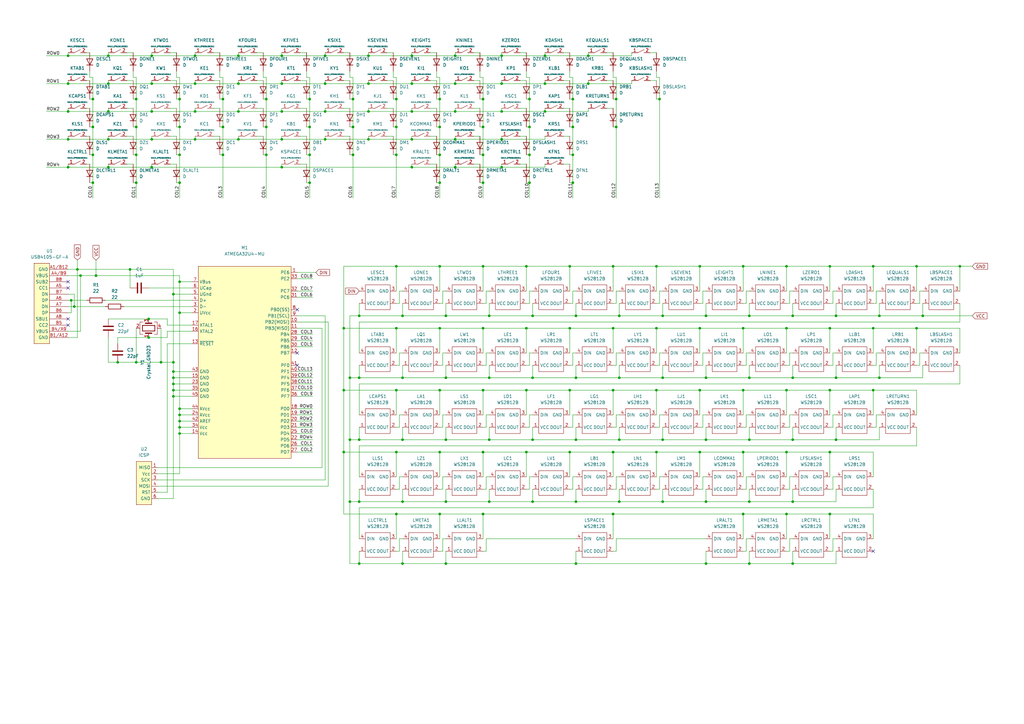
<source format=kicad_sch>
(kicad_sch (version 20211123) (generator eeschema)
  (paper "A3")
  (title_block (title "USBKB 60%"))
  (junction (at 215.9 160.02))
  (junction (at 165.1 231.14))
  (junction (at 62.23 34.29))
  (junction (at 38.1 63.5))
  (junction (at 200.66 129.54))
  (junction (at 80.01 45.72))
  (junction (at 322.58 134.62))
  (junction (at 215.9 185.42))
  (junction (at 251.46 210.82))
  (junction (at 71.12 152.4))
  (junction (at 38.1 52.07))
  (junction (at 62.23 57.15))
  (junction (at 140.97 160.02))
  (junction (at 109.22 40.64))
  (junction (at 180.34 40.64))
  (junction (at 91.44 63.5))
  (junction (at 223.52 22.86))
  (junction (at 80.01 22.86))
  (junction (at 251.46 185.42))
  (junction (at 147.32 231.14))
  (junction (at 304.8 210.82))
  (junction (at 71.12 162.56))
  (junction (at 133.35 45.72))
  (junction (at 233.68 109.22))
  (junction (at 304.8 134.62))
  (junction (at 180.34 134.62))
  (junction (at 55.88 63.5))
  (junction (at 180.34 52.07))
  (junction (at 358.14 109.22))
  (junction (at 271.78 154.94))
  (junction (at 109.22 63.5))
  (junction (at 322.58 109.22))
  (junction (at 287.02 109.22))
  (junction (at 269.24 185.42))
  (junction (at 198.12 185.42))
  (junction (at 186.69 57.15))
  (junction (at 151.13 57.15))
  (junction (at 55.88 148.59))
  (junction (at 182.88 205.74))
  (junction (at 215.9 109.22))
  (junction (at 38.1 40.64))
  (junction (at 254 129.54))
  (junction (at 342.9 129.54))
  (junction (at 360.68 129.54))
  (junction (at 241.3 34.29))
  (junction (at 73.66 52.07))
  (junction (at 269.24 109.22))
  (junction (at 186.69 22.86))
  (junction (at 168.91 57.15))
  (junction (at 60.96 130.81))
  (junction (at 180.34 63.5))
  (junction (at 147.32 129.54))
  (junction (at 180.34 74.93))
  (junction (at 378.46 129.54))
  (junction (at 218.44 129.54))
  (junction (at 217.17 74.93))
  (junction (at 115.57 68.58))
  (junction (at 180.34 210.82))
  (junction (at 198.12 160.02))
  (junction (at 186.69 45.72))
  (junction (at 393.7 109.22))
  (junction (at 254 205.74))
  (junction (at 233.68 160.02))
  (junction (at 165.1 129.54))
  (junction (at 91.44 52.07))
  (junction (at 162.56 109.22))
  (junction (at 252.73 40.64))
  (junction (at 71.12 148.59))
  (junction (at 251.46 109.22))
  (junction (at 144.78 52.07))
  (junction (at 200.66 154.94))
  (junction (at 168.91 68.58))
  (junction (at 182.88 180.34))
  (junction (at 198.12 74.93))
  (junction (at 325.12 154.94))
  (junction (at 234.95 40.64))
  (junction (at 97.79 34.29))
  (junction (at 205.74 45.72))
  (junction (at 30.48 125.73))
  (junction (at 217.17 40.64))
  (junction (at 254 180.34))
  (junction (at 304.8 185.42))
  (junction (at 168.91 34.29))
  (junction (at 340.36 134.62))
  (junction (at 325.12 231.14))
  (junction (at 33.02 113.03))
  (junction (at 271.78 129.54))
  (junction (at 200.66 180.34))
  (junction (at 62.23 68.58))
  (junction (at 205.74 68.58))
  (junction (at 304.8 160.02))
  (junction (at 140.97 134.62))
  (junction (at 44.45 68.58))
  (junction (at 73.66 170.18))
  (junction (at 236.22 205.74))
  (junction (at 71.12 157.48))
  (junction (at 182.88 129.54))
  (junction (at 27.94 34.29))
  (junction (at 127 63.5))
  (junction (at 62.23 45.72))
  (junction (at 71.12 160.02))
  (junction (at 340.36 160.02))
  (junction (at 97.79 57.15))
  (junction (at 133.35 57.15))
  (junction (at 144.78 63.5))
  (junction (at 80.01 57.15))
  (junction (at 180.34 160.02))
  (junction (at 73.66 74.93))
  (junction (at 162.56 63.5))
  (junction (at 144.78 40.64))
  (junction (at 198.12 134.62))
  (junction (at 73.66 177.8))
  (junction (at 198.12 40.64))
  (junction (at 73.66 115.57))
  (junction (at 71.12 120.65))
  (junction (at 289.56 129.54))
  (junction (at 269.24 134.62))
  (junction (at 73.66 128.27))
  (junction (at 162.56 52.07))
  (junction (at 147.32 154.94))
  (junction (at 223.52 34.29))
  (junction (at 44.45 22.86))
  (junction (at 44.45 57.15))
  (junction (at 115.57 57.15))
  (junction (at 73.66 175.26))
  (junction (at 217.17 63.5))
  (junction (at 325.12 180.34))
  (junction (at 307.34 129.54))
  (junction (at 236.22 180.34))
  (junction (at 205.74 57.15))
  (junction (at 151.13 22.86))
  (junction (at 198.12 63.5))
  (junction (at 307.34 180.34))
  (junction (at 234.95 52.07))
  (junction (at 205.74 22.86))
  (junction (at 143.51 180.34))
  (junction (at 27.94 22.86))
  (junction (at 53.34 110.49))
  (junction (at 168.91 45.72))
  (junction (at 73.66 167.64))
  (junction (at 198.12 109.22))
  (junction (at 234.95 74.93))
  (junction (at 322.58 160.02))
  (junction (at 217.17 52.07))
  (junction (at 162.56 160.02))
  (junction (at 236.22 154.94))
  (junction (at 162.56 185.42))
  (junction (at 322.58 210.82))
  (junction (at 271.78 180.34))
  (junction (at 151.13 34.29))
  (junction (at 162.56 40.64))
  (junction (at 307.34 154.94))
  (junction (at 251.46 134.62))
  (junction (at 198.12 52.07))
  (junction (at 218.44 205.74))
  (junction (at 358.14 160.02))
  (junction (at 205.74 34.29))
  (junction (at 115.57 45.72))
  (junction (at 168.91 22.86))
  (junction (at 127 52.07))
  (junction (at 289.56 180.34))
  (junction (at 215.9 134.62))
  (junction (at 307.34 231.14))
  (junction (at 27.94 45.72))
  (junction (at 165.1 154.94))
  (junction (at 251.46 160.02))
  (junction (at 162.56 210.82))
  (junction (at 31.75 110.49))
  (junction (at 234.95 63.5))
  (junction (at 287.02 160.02))
  (junction (at 198.12 210.82))
  (junction (at 289.56 154.94))
  (junction (at 241.3 22.86))
  (junction (at 287.02 185.42))
  (junction (at 233.68 185.42))
  (junction (at 147.32 205.74))
  (junction (at 182.88 154.94))
  (junction (at 358.14 134.62))
  (junction (at 127 40.64))
  (junction (at 307.34 205.74))
  (junction (at 223.52 45.72))
  (junction (at 270.51 40.64))
  (junction (at 182.88 231.14))
  (junction (at 143.51 154.94))
  (junction (at 186.69 34.29))
  (junction (at 165.1 205.74))
  (junction (at 289.56 231.14))
  (junction (at 55.88 52.07))
  (junction (at 180.34 185.42))
  (junction (at 109.22 52.07))
  (junction (at 29.21 123.19))
  (junction (at 233.68 134.62))
  (junction (at 269.24 160.02))
  (junction (at 342.9 180.34))
  (junction (at 254 154.94))
  (junction (at 162.56 134.62))
  (junction (at 325.12 129.54))
  (junction (at 322.58 185.42))
  (junction (at 27.94 57.15))
  (junction (at 151.13 45.72))
  (junction (at 127 74.93))
  (junction (at 66.04 148.59))
  (junction (at 115.57 22.86))
  (junction (at 44.45 45.72))
  (junction (at 340.36 109.22))
  (junction (at 97.79 45.72))
  (junction (at 44.45 34.29))
  (junction (at 73.66 40.64))
  (junction (at 271.78 205.74))
  (junction (at 62.23 22.86))
  (junction (at 375.92 109.22))
  (junction (at 186.69 68.58))
  (junction (at 342.9 154.94))
  (junction (at 287.02 134.62))
  (junction (at 60.96 138.43))
  (junction (at 147.32 180.34))
  (junction (at 71.12 154.94))
  (junction (at 252.73 52.07))
  (junction (at 97.79 22.86))
  (junction (at 236.22 231.14))
  (junction (at 80.01 34.29))
  (junction (at 39.37 113.03))
  (junction (at 48.26 148.59))
  (junction (at 340.36 210.82))
  (junction (at 340.36 185.42))
  (junction (at 55.88 40.64))
  (junction (at 140.97 185.42))
  (junction (at 180.34 109.22))
  (junction (at 360.68 154.94))
  (junction (at 375.92 134.62))
  (junction (at 289.56 205.74))
  (junction (at 143.51 205.74))
  (junction (at 115.57 34.29))
  (junction (at 325.12 205.74))
  (junction (at 133.35 34.29))
  (junction (at 133.35 22.86))
  (junction (at 165.1 180.34))
  (junction (at 200.66 205.74))
  (junction (at 218.44 180.34))
  (junction (at 27.94 68.58))
  (junction (at 304.8 109.22))
  (junction (at 218.44 154.94))
  (junction (at 73.66 172.72))
  (junction (at 55.88 74.93))
  (junction (at 91.44 40.64))
  (junction (at 236.22 129.54))
  (junction (at 73.66 63.5))
  (junction (at 38.1 74.93))
  (no_connect (at 121.92 149.86))
  (no_connect (at 358.14 226.06))
  (no_connect (at 27.94 115.57))
  (no_connect (at 27.94 118.11))
  (no_connect (at 27.94 130.81))
  (no_connect (at 27.94 133.35))
  (no_connect (at 121.92 127))
  (no_connect (at 121.92 144.78))
  (wire (pts (xy 121.92 114.3) (xy 128.27 114.3)))
  (wire (pts (xy 115.57 68.58) (xy 168.91 68.58)))
  (wire (pts (xy 121.92 142.24) (xy 128.27 142.24)))
  (wire (pts (xy 62.23 22.86) (xy 80.01 22.86)))
  (wire (pts (xy 71.12 110.49) (xy 71.12 120.65)))
  (wire (pts (xy 251.46 160.02) (xy 269.24 160.02)))
  (wire (pts (xy 48.26 148.59) (xy 55.88 148.59)))
  (wire (pts (xy 162.56 210.82) (xy 180.34 210.82)))
  (wire (pts (xy 241.3 22.86) (xy 259.08 22.86)))
  (wire (pts (xy 233.68 52.07) (xy 234.95 52.07)))
  (wire (pts (xy 307.34 205.74) (xy 325.12 205.74)))
  (wire (pts (xy 162.56 40.64) (xy 162.56 52.07)))
  (wire (pts (xy 269.24 31.75) (xy 269.24 29.21)))
  (wire (pts (xy 73.66 63.5) (xy 73.66 74.93)))
  (wire (pts (xy 304.8 134.62) (xy 304.8 144.78)))
  (wire (pts (xy 234.95 195.58) (xy 236.22 195.58)))
  (wire (pts (xy 307.34 226.06) (xy 307.34 231.14)))
  (wire (pts (xy 147.32 231.14) (xy 165.1 231.14)))
  (wire (pts (xy 31.75 138.43) (xy 31.75 110.49)))
  (wire (pts (xy 269.24 134.62) (xy 287.02 134.62)))
  (wire (pts (xy 340.36 185.42) (xy 358.14 185.42)))
  (wire (pts (xy 241.3 21.59) (xy 241.3 22.86)))
  (wire (pts (xy 73.66 128.27) (xy 73.66 167.64)))
  (wire (pts (xy 217.17 31.75) (xy 217.17 40.64)))
  (wire (pts (xy 231.14 21.59) (xy 233.68 21.59)))
  (wire (pts (xy 162.56 109.22) (xy 140.97 109.22)))
  (wire (pts (xy 36.83 44.45) (xy 35.56 44.45)))
  (wire (pts (xy 287.02 109.22) (xy 287.02 119.38)))
  (wire (pts (xy 269.24 124.46) (xy 270.51 124.46)))
  (wire (pts (xy 107.95 40.64) (xy 109.22 40.64)))
  (wire (pts (xy 307.34 149.86) (xy 307.34 154.94)))
  (wire (pts (xy 323.85 226.06) (xy 323.85 220.98)))
  (wire (pts (xy 234.95 63.5) (xy 234.95 74.93)))
  (wire (pts (xy 233.68 134.62) (xy 251.46 134.62)))
  (wire (pts (xy 340.36 160.02) (xy 340.36 170.18)))
  (wire (pts (xy 215.9 185.42) (xy 215.9 195.58)))
  (wire (pts (xy 80.01 55.88) (xy 80.01 57.15)))
  (wire (pts (xy 198.12 160.02) (xy 215.9 160.02)))
  (wire (pts (xy 322.58 124.46) (xy 323.85 124.46)))
  (wire (pts (xy 251.46 185.42) (xy 251.46 195.58)))
  (wire (pts (xy 165.1 200.66) (xy 165.1 205.74)))
  (wire (pts (xy 162.56 52.07) (xy 162.56 63.5)))
  (wire (pts (xy 55.88 74.93) (xy 55.88 81.28)))
  (wire (pts (xy 179.07 63.5) (xy 180.34 63.5)))
  (wire (pts (xy 304.8 185.42) (xy 322.58 185.42)))
  (wire (pts (xy 289.56 231.14) (xy 307.34 231.14)))
  (wire (pts (xy 165.1 175.26) (xy 165.1 180.34)))
  (wire (pts (xy 342.9 200.66) (xy 342.9 205.74)))
  (wire (pts (xy 199.39 144.78) (xy 200.66 144.78)))
  (wire (pts (xy 198.12 124.46) (xy 199.39 124.46)))
  (wire (pts (xy 163.83 200.66) (xy 163.83 195.58)))
  (wire (pts (xy 143.51 180.34) (xy 147.32 180.34)))
  (wire (pts (xy 36.83 63.5) (xy 38.1 63.5)))
  (wire (pts (xy 375.92 109.22) (xy 375.92 119.38)))
  (wire (pts (xy 163.83 175.26) (xy 163.83 170.18)))
  (wire (pts (xy 340.36 134.62) (xy 358.14 134.62)))
  (wire (pts (xy 182.88 175.26) (xy 182.88 180.34)))
  (wire (pts (xy 251.46 175.26) (xy 252.73 175.26)))
  (wire (pts (xy 233.68 185.42) (xy 251.46 185.42)))
  (wire (pts (xy 198.12 200.66) (xy 199.39 200.66)))
  (wire (pts (xy 168.91 22.86) (xy 168.91 21.59)))
  (wire (pts (xy 200.66 200.66) (xy 200.66 205.74)))
  (wire (pts (xy 168.91 34.29) (xy 168.91 33.02)))
  (wire (pts (xy 69.85 21.59) (xy 72.39 21.59)))
  (wire (pts (xy 143.51 180.34) (xy 143.51 205.74)))
  (wire (pts (xy 71.12 148.59) (xy 71.12 152.4)))
  (wire (pts (xy 215.9 31.75) (xy 217.17 31.75)))
  (wire (pts (xy 78.74 120.65) (xy 71.12 120.65)))
  (wire (pts (xy 180.34 109.22) (xy 180.34 119.38)))
  (wire (pts (xy 359.41 149.86) (xy 359.41 144.78)))
  (wire (pts (xy 306.07 144.78) (xy 307.34 144.78)))
  (wire (pts (xy 215.9 200.66) (xy 217.17 200.66)))
  (wire (pts (xy 151.13 44.45) (xy 151.13 45.72)))
  (wire (pts (xy 217.17 119.38) (xy 218.44 119.38)))
  (wire (pts (xy 72.39 31.75) (xy 72.39 29.21)))
  (wire (pts (xy 288.29 170.18) (xy 289.56 170.18)))
  (wire (pts (xy 133.35 22.86) (xy 151.13 22.86)))
  (wire (pts (xy 36.83 31.75) (xy 36.83 29.21)))
  (wire (pts (xy 248.92 44.45) (xy 251.46 44.45)))
  (wire (pts (xy 186.69 21.59) (xy 186.69 22.86)))
  (wire (pts (xy 325.12 124.46) (xy 325.12 129.54)))
  (wire (pts (xy 251.46 31.75) (xy 252.73 31.75)))
  (wire (pts (xy 270.51 119.38) (xy 271.78 119.38)))
  (wire (pts (xy 19.05 34.29) (xy 27.94 34.29)))
  (wire (pts (xy 340.36 109.22) (xy 340.36 119.38)))
  (wire (pts (xy 217.17 74.93) (xy 217.17 81.28)))
  (wire (pts (xy 97.79 34.29) (xy 115.57 34.29)))
  (wire (pts (xy 162.56 109.22) (xy 180.34 109.22)))
  (wire (pts (xy 133.35 34.29) (xy 151.13 34.29)))
  (wire (pts (xy 341.63 144.78) (xy 342.9 144.78)))
  (wire (pts (xy 304.8 210.82) (xy 322.58 210.82)))
  (wire (pts (xy 360.68 149.86) (xy 360.68 154.94)))
  (wire (pts (xy 236.22 149.86) (xy 236.22 154.94)))
  (wire (pts (xy 289.56 124.46) (xy 289.56 129.54)))
  (wire (pts (xy 325.12 154.94) (xy 342.9 154.94)))
  (wire (pts (xy 143.51 52.07) (xy 144.78 52.07)))
  (wire (pts (xy 213.36 21.59) (xy 215.9 21.59)))
  (wire (pts (xy 270.51 170.18) (xy 271.78 170.18)))
  (wire (pts (xy 140.97 55.88) (xy 143.51 55.88)))
  (wire (pts (xy 162.56 226.06) (xy 163.83 226.06)))
  (wire (pts (xy 19.05 68.58) (xy 27.94 68.58)))
  (wire (pts (xy 306.07 226.06) (xy 306.07 220.98)))
  (wire (pts (xy 218.44 205.74) (xy 236.22 205.74)))
  (wire (pts (xy 199.39 124.46) (xy 199.39 119.38)))
  (wire (pts (xy 143.51 129.54) (xy 143.51 154.94)))
  (wire (pts (xy 236.22 200.66) (xy 236.22 205.74)))
  (wire (pts (xy 287.02 124.46) (xy 288.29 124.46)))
  (wire (pts (xy 107.95 63.5) (xy 109.22 63.5)))
  (wire (pts (xy 36.83 21.59) (xy 35.56 21.59)))
  (wire (pts (xy 71.12 162.56) (xy 78.74 162.56)))
  (wire (pts (xy 377.19 144.78) (xy 378.46 144.78)))
  (wire (pts (xy 234.95 175.26) (xy 234.95 170.18)))
  (wire (pts (xy 218.44 180.34) (xy 236.22 180.34)))
  (wire (pts (xy 198.12 40.64) (xy 198.12 52.07)))
  (wire (pts (xy 123.19 67.31) (xy 125.73 67.31)))
  (wire (pts (xy 66.04 134.62) (xy 66.04 148.59)))
  (wire (pts (xy 176.53 67.31) (xy 179.07 67.31)))
  (wire (pts (xy 217.17 144.78) (xy 218.44 144.78)))
  (wire (pts (xy 251.46 109.22) (xy 269.24 109.22)))
  (wire (pts (xy 270.51 175.26) (xy 270.51 170.18)))
  (wire (pts (xy 121.92 182.88) (xy 128.27 182.88)))
  (wire (pts (xy 27.94 45.72) (xy 27.94 44.45)))
  (wire (pts (xy 27.94 45.72) (xy 44.45 45.72)))
  (wire (pts (xy 54.61 67.31) (xy 52.07 67.31)))
  (wire (pts (xy 140.97 160.02) (xy 162.56 160.02)))
  (wire (pts (xy 186.69 57.15) (xy 205.74 57.15)))
  (wire (pts (xy 78.74 167.64) (xy 73.66 167.64)))
  (wire (pts (xy 223.52 22.86) (xy 241.3 22.86)))
  (wire (pts (xy 236.22 129.54) (xy 254 129.54)))
  (wire (pts (xy 44.45 34.29) (xy 62.23 34.29)))
  (wire (pts (xy 72.39 63.5) (xy 73.66 63.5)))
  (wire (pts (xy 322.58 175.26) (xy 323.85 175.26)))
  (wire (pts (xy 359.41 124.46) (xy 359.41 119.38)))
  (wire (pts (xy 121.92 175.26) (xy 128.27 175.26)))
  (wire (pts (xy 144.78 31.75) (xy 144.78 40.64)))
  (wire (pts (xy 186.69 55.88) (xy 186.69 57.15)))
  (wire (pts (xy 181.61 226.06) (xy 181.61 220.98)))
  (wire (pts (xy 186.69 34.29) (xy 205.74 34.29)))
  (wire (pts (xy 180.34 124.46) (xy 181.61 124.46)))
  (wire (pts (xy 270.51 195.58) (xy 271.78 195.58)))
  (wire (pts (xy 115.57 34.29) (xy 133.35 34.29)))
  (wire (pts (xy 252.73 149.86) (xy 252.73 144.78)))
  (wire (pts (xy 194.31 33.02) (xy 196.85 33.02)))
  (wire (pts (xy 143.51 205.74) (xy 147.32 205.74)))
  (wire (pts (xy 233.68 31.75) (xy 234.95 31.75)))
  (wire (pts (xy 163.83 170.18) (xy 165.1 170.18)))
  (wire (pts (xy 147.32 124.46) (xy 147.32 129.54)))
  (wire (pts (xy 304.8 200.66) (xy 306.07 200.66)))
  (wire (pts (xy 121.92 129.54) (xy 133.35 129.54)))
  (wire (pts (xy 151.13 45.72) (xy 168.91 45.72)))
  (wire (pts (xy 375.92 149.86) (xy 377.19 149.86)))
  (wire (pts (xy 375.92 160.02) (xy 375.92 170.18)))
  (wire (pts (xy 72.39 31.75) (xy 73.66 31.75)))
  (wire (pts (xy 198.12 160.02) (xy 198.12 170.18)))
  (wire (pts (xy 340.36 210.82) (xy 358.14 210.82)))
  (wire (pts (xy 115.57 57.15) (xy 133.35 57.15)))
  (wire (pts (xy 180.34 185.42) (xy 198.12 185.42)))
  (wire (pts (xy 307.34 231.14) (xy 325.12 231.14)))
  (wire (pts (xy 180.34 226.06) (xy 181.61 226.06)))
  (wire (pts (xy 125.73 31.75) (xy 127 31.75)))
  (wire (pts (xy 27.94 57.15) (xy 27.94 55.88)))
  (wire (pts (xy 205.74 57.15) (xy 223.52 57.15)))
  (wire (pts (xy 252.73 175.26) (xy 252.73 170.18)))
  (wire (pts (xy 200.66 129.54) (xy 218.44 129.54)))
  (wire (pts (xy 133.35 44.45) (xy 133.35 45.72)))
  (wire (pts (xy 266.7 33.02) (xy 269.24 33.02)))
  (wire (pts (xy 375.92 124.46) (xy 377.19 124.46)))
  (wire (pts (xy 62.23 34.29) (xy 80.01 34.29)))
  (wire (pts (xy 80.01 22.86) (xy 97.79 22.86)))
  (wire (pts (xy 121.92 162.56) (xy 128.27 162.56)))
  (wire (pts (xy 64.77 196.85) (xy 133.35 196.85)))
  (wire (pts (xy 143.51 63.5) (xy 144.78 63.5)))
  (wire (pts (xy 36.83 74.93) (xy 38.1 74.93)))
  (wire (pts (xy 71.12 154.94) (xy 71.12 157.48)))
  (wire (pts (xy 29.21 128.27) (xy 29.21 123.19)))
  (wire (pts (xy 270.51 124.46) (xy 270.51 119.38)))
  (wire (pts (xy 359.41 119.38) (xy 360.68 119.38)))
  (wire (pts (xy 97.79 34.29) (xy 97.79 33.02)))
  (wire (pts (xy 38.1 63.5) (xy 38.1 74.93)))
  (wire (pts (xy 48.26 138.43) (xy 48.26 140.97)))
  (wire (pts (xy 223.52 33.02) (xy 223.52 34.29)))
  (wire (pts (xy 27.94 22.86) (xy 44.45 22.86)))
  (wire (pts (xy 289.56 180.34) (xy 307.34 180.34)))
  (wire (pts (xy 162.56 134.62) (xy 180.34 134.62)))
  (wire (pts (xy 147.32 200.66) (xy 147.32 205.74)))
  (wire (pts (xy 91.44 31.75) (xy 91.44 40.64)))
  (wire (pts (xy 223.52 44.45) (xy 223.52 45.72)))
  (wire (pts (xy 179.07 31.75) (xy 179.07 29.21)))
  (wire (pts (xy 180.34 160.02) (xy 198.12 160.02)))
  (wire (pts (xy 55.88 148.59) (xy 66.04 148.59)))
  (wire (pts (xy 269.24 134.62) (xy 269.24 144.78)))
  (wire (pts (xy 199.39 170.18) (xy 200.66 170.18)))
  (wire (pts (xy 151.13 33.02) (xy 151.13 34.29)))
  (wire (pts (xy 323.85 200.66) (xy 323.85 195.58)))
  (wire (pts (xy 215.9 109.22) (xy 215.9 119.38)))
  (wire (pts (xy 87.63 33.02) (xy 90.17 33.02)))
  (wire (pts (xy 186.69 45.72) (xy 205.74 45.72)))
  (wire (pts (xy 55.88 31.75) (xy 55.88 40.64)))
  (wire (pts (xy 121.92 185.42) (xy 128.27 185.42)))
  (wire (pts (xy 129.54 111.76) (xy 121.92 111.76)))
  (wire (pts (xy 358.14 134.62) (xy 358.14 144.78)))
  (wire (pts (xy 180.34 210.82) (xy 180.34 220.98)))
  (wire (pts (xy 251.46 40.64) (xy 252.73 40.64)))
  (wire (pts (xy 68.58 135.89) (xy 78.74 135.89)))
  (wire (pts (xy 194.31 21.59) (xy 196.85 21.59)))
  (wire (pts (xy 198.12 52.07) (xy 198.12 63.5)))
  (wire (pts (xy 121.92 180.34) (xy 128.27 180.34)))
  (wire (pts (xy 123.19 55.88) (xy 125.73 55.88)))
  (wire (pts (xy 270.51 31.75) (xy 270.51 40.64)))
  (wire (pts (xy 78.74 170.18) (xy 73.66 170.18)))
  (wire (pts (xy 182.88 226.06) (xy 182.88 231.14)))
  (wire (pts (xy 163.83 195.58) (xy 165.1 195.58)))
  (wire (pts (xy 71.12 160.02) (xy 71.12 162.56)))
  (wire (pts (xy 68.58 201.93) (xy 64.77 201.93)))
  (wire (pts (xy 200.66 175.26) (xy 200.66 180.34)))
  (wire (pts (xy 234.95 52.07) (xy 234.95 63.5)))
  (wire (pts (xy 200.66 205.74) (xy 218.44 205.74)))
  (wire (pts (xy 200.66 154.94) (xy 218.44 154.94)))
  (wire (pts (xy 271.78 175.26) (xy 271.78 180.34)))
  (wire (pts (xy 325.12 231.14) (xy 342.9 231.14)))
  (wire (pts (xy 340.36 109.22) (xy 358.14 109.22)))
  (wire (pts (xy 162.56 160.02) (xy 180.34 160.02)))
  (wire (pts (xy 151.13 34.29) (xy 168.91 34.29)))
  (wire (pts (xy 215.9 63.5) (xy 217.17 63.5)))
  (wire (pts (xy 121.92 160.02) (xy 128.27 160.02)))
  (wire (pts (xy 342.9 124.46) (xy 342.9 129.54)))
  (wire (pts (xy 234.95 149.86) (xy 234.95 144.78)))
  (wire (pts (xy 198.12 134.62) (xy 215.9 134.62)))
  (wire (pts (xy 358.14 175.26) (xy 359.41 175.26)))
  (wire (pts (xy 30.48 125.73) (xy 43.18 125.73)))
  (wire (pts (xy 162.56 185.42) (xy 180.34 185.42)))
  (wire (pts (xy 269.24 31.75) (xy 270.51 31.75)))
  (wire (pts (xy 325.12 180.34) (xy 342.9 180.34)))
  (wire (pts (xy 181.61 119.38) (xy 182.88 119.38)))
  (wire (pts (xy 143.51 154.94) (xy 147.32 154.94)))
  (wire (pts (xy 123.19 44.45) (xy 125.73 44.45)))
  (wire (pts (xy 198.12 210.82) (xy 251.46 210.82)))
  (wire (pts (xy 179.07 74.93) (xy 180.34 74.93)))
  (wire (pts (xy 87.63 21.59) (xy 90.17 21.59)))
  (wire (pts (xy 236.22 226.06) (xy 236.22 231.14)))
  (wire (pts (xy 69.85 44.45) (xy 72.39 44.45)))
  (wire (pts (xy 205.74 34.29) (xy 205.74 33.02)))
  (wire (pts (xy 107.95 31.75) (xy 109.22 31.75)))
  (wire (pts (xy 168.91 22.86) (xy 186.69 22.86)))
  (wire (pts (xy 269.24 149.86) (xy 270.51 149.86)))
  (wire (pts (xy 133.35 45.72) (xy 151.13 45.72)))
  (wire (pts (xy 29.21 123.19) (xy 35.56 123.19)))
  (wire (pts (xy 199.39 195.58) (xy 200.66 195.58)))
  (wire (pts (xy 205.74 22.86) (xy 205.74 21.59)))
  (wire (pts (xy 115.57 55.88) (xy 115.57 57.15)))
  (wire (pts (xy 73.66 128.27) (xy 78.74 128.27)))
  (wire (pts (xy 322.58 160.02) (xy 322.58 170.18)))
  (wire (pts (xy 186.69 67.31) (xy 186.69 68.58)))
  (wire (pts (xy 36.83 67.31) (xy 35.56 67.31)))
  (wire (pts (xy 234.95 124.46) (xy 234.95 119.38)))
  (wire (pts (xy 270.51 40.64) (xy 270.51 81.28)))
  (wire (pts (xy 90.17 40.64) (xy 91.44 40.64)))
  (wire (pts (xy 109.22 40.64) (xy 109.22 52.07)))
  (wire (pts (xy 71.12 157.48) (xy 78.74 157.48)))
  (wire (pts (xy 121.92 170.18) (xy 128.27 170.18)))
  (wire (pts (xy 322.58 185.42) (xy 340.36 185.42)))
  (wire (pts (xy 27.94 113.03) (xy 33.02 113.03)))
  (wire (pts (xy 323.85 175.26) (xy 323.85 170.18)))
  (wire (pts (xy 304.8 134.62) (xy 322.58 134.62)))
  (wire (pts (xy 161.29 63.5) (xy 162.56 63.5)))
  (wire (pts (xy 251.46 210.82) (xy 304.8 210.82)))
  (wire (pts (xy 181.61 144.78) (xy 182.88 144.78)))
  (wire (pts (xy 132.08 191.77) (xy 132.08 134.62)))
  (wire (pts (xy 163.83 124.46) (xy 163.83 119.38)))
  (wire (pts (xy 73.66 52.07) (xy 73.66 63.5)))
  (wire (pts (xy 287.02 160.02) (xy 304.8 160.02)))
  (wire (pts (xy 73.66 172.72) (xy 73.66 170.18)))
  (wire (pts (xy 36.83 33.02) (xy 35.56 33.02)))
  (wire (pts (xy 30.48 120.65) (xy 27.94 120.65)))
  (wire (pts (xy 323.85 144.78) (xy 325.12 144.78)))
  (wire (pts (xy 375.92 175.26) (xy 375.92 182.88)))
  (wire (pts (xy 269.24 200.66) (xy 270.51 200.66)))
  (wire (pts (xy 53.34 110.49) (xy 71.12 110.49)))
  (wire (pts (xy 109.22 52.07) (xy 109.22 63.5)))
  (wire (pts (xy 163.83 149.86) (xy 163.83 144.78)))
  (wire (pts (xy 180.34 210.82) (xy 198.12 210.82)))
  (wire (pts (xy 62.23 57.15) (xy 80.01 57.15)))
  (wire (pts (xy 248.92 21.59) (xy 251.46 21.59)))
  (wire (pts (xy 251.46 185.42) (xy 269.24 185.42)))
  (wire (pts (xy 251.46 31.75) (xy 251.46 29.21)))
  (wire (pts (xy 27.94 57.15) (xy 44.45 57.15)))
  (wire (pts (xy 205.74 22.86) (xy 223.52 22.86)))
  (wire (pts (xy 168.91 45.72) (xy 168.91 44.45)))
  (wire (pts (xy 289.56 154.94) (xy 307.34 154.94)))
  (wire (pts (xy 375.92 134.62) (xy 393.7 134.62)))
  (wire (pts (xy 97.79 57.15) (xy 97.79 55.88)))
  (wire (pts (xy 36.83 40.64) (xy 38.1 40.64)))
  (wire (pts (xy 115.57 44.45) (xy 115.57 45.72)))
  (wire (pts (xy 163.83 220.98) (xy 165.1 220.98)))
  (wire (pts (xy 215.9 109.22) (xy 233.68 109.22)))
  (wire (pts (xy 140.97 33.02) (xy 143.51 33.02)))
  (wire (pts (xy 289.56 200.66) (xy 289.56 205.74)))
  (wire (pts (xy 213.36 33.02) (xy 215.9 33.02)))
  (wire (pts (xy 68.58 140.97) (xy 68.58 201.93)))
  (wire (pts (xy 306.07 149.86) (xy 306.07 144.78)))
  (wire (pts (xy 147.32 208.28) (xy 147.32 220.98)))
  (wire (pts (xy 181.61 124.46) (xy 181.61 119.38)))
  (wire (pts (xy 304.8 160.02) (xy 304.8 170.18)))
  (wire (pts (xy 199.39 220.98) (xy 236.22 220.98)))
  (wire (pts (xy 31.75 110.49) (xy 53.34 110.49)))
  (wire (pts (xy 62.23 68.58) (xy 115.57 68.58)))
  (wire (pts (xy 236.22 154.94) (xy 254 154.94)))
  (wire (pts (xy 234.95 74.93) (xy 234.95 81.28)))
  (wire (pts (xy 69.85 67.31) (xy 72.39 67.31)))
  (wire (pts (xy 162.56 109.22) (xy 162.56 119.38)))
  (wire (pts (xy 223.52 45.72) (xy 241.3 45.72)))
  (wire (pts (xy 251.46 200.66) (xy 252.73 200.66)))
  (wire (pts (xy 217.17 200.66) (xy 217.17 195.58)))
  (wire (pts (xy 375.92 134.62) (xy 375.92 144.78)))
  (wire (pts (xy 140.97 21.59) (xy 143.51 21.59)))
  (wire (pts (xy 38.1 52.07) (xy 38.1 63.5)))
  (wire (pts (xy 105.41 55.88) (xy 107.95 55.88)))
  (wire (pts (xy 215.9 124.46) (xy 217.17 124.46)))
  (wire (pts (xy 165.1 231.14) (xy 182.88 231.14)))
  (wire (pts (xy 378.46 129.54) (xy 398.78 129.54)))
  (wire (pts (xy 213.36 44.45) (xy 215.9 44.45)))
  (wire (pts (xy 78.74 115.57) (xy 73.66 115.57)))
  (wire (pts (xy 121.92 157.48) (xy 128.27 157.48)))
  (wire (pts (xy 73.66 175.26) (xy 78.74 175.26)))
  (wire (pts (xy 180.34 63.5) (xy 180.34 74.93)))
  (wire (pts (xy 341.63 124.46) (xy 341.63 119.38)))
  (wire (pts (xy 78.74 133.35) (xy 68.58 133.35)))
  (wire (pts (xy 54.61 63.5) (xy 55.88 63.5)))
  (wire (pts (xy 241.3 33.02) (xy 241.3 34.29)))
  (wire (pts (xy 55.88 40.64) (xy 55.88 52.07)))
  (wire (pts (xy 223.52 55.88) (xy 223.52 57.15)))
  (wire (pts (xy 342.9 226.06) (xy 342.9 231.14)))
  (wire (pts (xy 134.62 132.08) (xy 134.62 199.39)))
  (wire (pts (xy 44.45 45.72) (xy 62.23 45.72)))
  (wire (pts (xy 287.02 185.42) (xy 287.02 195.58)))
  (wire (pts (xy 341.63 170.18) (xy 342.9 170.18)))
  (wire (pts (xy 127 74.93) (xy 127 81.28)))
  (wire (pts (xy 252.73 144.78) (xy 254 144.78)))
  (wire (pts (xy 127 52.07) (xy 127 63.5)))
  (wire (pts (xy 54.61 31.75) (xy 55.88 31.75)))
  (wire (pts (xy 359.41 170.18) (xy 360.68 170.18)))
  (wire (pts (xy 271.78 129.54) (xy 289.56 129.54)))
  (wire (pts (xy 80.01 44.45) (xy 80.01 45.72)))
  (wire (pts (xy 165.1 226.06) (xy 165.1 231.14)))
  (wire (pts (xy 205.74 57.15) (xy 205.74 55.88)))
  (wire (pts (xy 341.63 200.66) (xy 341.63 195.58)))
  (wire (pts (xy 198.12 109.22) (xy 215.9 109.22)))
  (wire (pts (xy 199.39 226.06) (xy 199.39 220.98)))
  (wire (pts (xy 251.46 134.62) (xy 269.24 134.62)))
  (wire (pts (xy 358.14 109.22) (xy 375.92 109.22)))
  (wire (pts (xy 358.14 200.66) (xy 358.14 208.28)))
  (wire (pts (xy 340.36 160.02) (xy 358.14 160.02)))
  (wire (pts (xy 233.68 109.22) (xy 233.68 119.38)))
  (wire (pts (xy 73.66 177.8) (xy 73.66 194.31)))
  (wire (pts (xy 359.41 175.26) (xy 359.41 170.18)))
  (wire (pts (xy 44.45 22.86) (xy 62.23 22.86)))
  (wire (pts (xy 254 180.34) (xy 271.78 180.34)))
  (wire (pts (xy 162.56 149.86) (xy 163.83 149.86)))
  (wire (pts (xy 231.14 44.45) (xy 233.68 44.45)))
  (wire (pts (xy 196.85 31.75) (xy 196.85 29.21)))
  (wire (pts (xy 115.57 67.31) (xy 115.57 68.58)))
  (wire (pts (xy 163.83 226.06) (xy 163.83 220.98)))
  (wire (pts (xy 218.44 154.94) (xy 236.22 154.94)))
  (wire (pts (xy 127 40.64) (xy 127 52.07)))
  (wire (pts (xy 140.97 185.42) (xy 162.56 185.42)))
  (wire (pts (xy 342.9 154.94) (xy 360.68 154.94)))
  (wire (pts (xy 358.14 160.02) (xy 375.92 160.02)))
  (wire (pts (xy 254 205.74) (xy 271.78 205.74)))
  (wire (pts (xy 158.75 21.59) (xy 161.29 21.59)))
  (wire (pts (xy 340.36 134.62) (xy 340.36 144.78)))
  (wire (pts (xy 27.94 34.29) (xy 44.45 34.29)))
  (wire (pts (xy 168.91 68.58) (xy 186.69 68.58)))
  (wire (pts (xy 341.63 149.86) (xy 341.63 144.78)))
  (wire (pts (xy 121.92 119.38) (xy 128.27 119.38)))
  (wire (pts (xy 218.44 175.26) (xy 218.44 180.34)))
  (wire (pts (xy 342.9 149.86) (xy 342.9 154.94)))
  (wire (pts (xy 121.92 177.8) (xy 128.27 177.8)))
  (wire (pts (xy 198.12 109.22) (xy 198.12 119.38)))
  (wire (pts (xy 125.73 31.75) (xy 125.73 29.21)))
  (wire (pts (xy 97.79 45.72) (xy 115.57 45.72)))
  (wire (pts (xy 161.29 52.07) (xy 162.56 52.07)))
  (wire (pts (xy 147.32 154.94) (xy 165.1 154.94)))
  (wire (pts (xy 123.19 21.59) (xy 125.73 21.59)))
  (wire (pts (xy 194.31 55.88) (xy 196.85 55.88)))
  (wire (pts (xy 71.12 152.4) (xy 78.74 152.4)))
  (wire (pts (xy 198.12 210.82) (xy 198.12 220.98)))
  (wire (pts (xy 215.9 31.75) (xy 215.9 29.21)))
  (wire (pts (xy 393.7 157.48) (xy 147.32 157.48)))
  (wire (pts (xy 252.73 220.98) (xy 289.56 220.98)))
  (wire (pts (xy 54.61 44.45) (xy 52.07 44.45)))
  (wire (pts (xy 217.17 63.5) (xy 217.17 74.93)))
  (wire (pts (xy 165.1 149.86) (xy 165.1 154.94)))
  (wire (pts (xy 125.73 74.93) (xy 127 74.93)))
  (wire (pts (xy 44.45 130.81) (xy 60.96 130.81)))
  (wire (pts (xy 105.41 44.45) (xy 107.95 44.45)))
  (wire (pts (xy 322.58 210.82) (xy 322.58 220.98)))
  (wire (pts (xy 182.88 231.14) (xy 236.22 231.14)))
  (wire (pts (xy 287.02 200.66) (xy 288.29 200.66)))
  (wire (pts (xy 50.8 125.73) (xy 78.74 125.73)))
  (wire (pts (xy 140.97 185.42) (xy 140.97 210.82)))
  (wire (pts (xy 60.96 138.43) (xy 68.58 138.43)))
  (wire (pts (xy 269.24 185.42) (xy 287.02 185.42)))
  (wire (pts (xy 115.57 33.02) (xy 115.57 34.29)))
  (wire (pts (xy 38.1 74.93) (xy 38.1 81.28)))
  (wire (pts (xy 323.85 124.46) (xy 323.85 119.38)))
  (wire (pts (xy 325.12 175.26) (xy 325.12 180.34)))
  (wire (pts (xy 304.8 226.06) (xy 306.07 226.06)))
  (wire (pts (xy 19.05 57.15) (xy 27.94 57.15)))
  (wire (pts (xy 36.83 55.88) (xy 35.56 55.88)))
  (wire (pts (xy 233.68 200.66) (xy 234.95 200.66)))
  (wire (pts (xy 73.66 172.72) (xy 73.66 175.26)))
  (wire (pts (xy 233.68 31.75) (xy 233.68 29.21)))
  (wire (pts (xy 217.17 124.46) (xy 217.17 119.38)))
  (wire (pts (xy 90.17 63.5) (xy 91.44 63.5)))
  (wire (pts (xy 307.34 180.34) (xy 325.12 180.34)))
  (wire (pts (xy 78.74 140.97) (xy 68.58 140.97)))
  (wire (pts (xy 218.44 124.46) (xy 218.44 129.54)))
  (wire (pts (xy 196.85 52.07) (xy 198.12 52.07)))
  (wire (pts (xy 287.02 185.42) (xy 304.8 185.42)))
  (wire (pts (xy 161.29 31.75) (xy 161.29 29.21)))
  (wire (pts (xy 97.79 45.72) (xy 97.79 44.45)))
  (wire (pts (xy 54.61 40.64) (xy 55.88 40.64)))
  (wire (pts (xy 251.46 109.22) (xy 251.46 119.38)))
  (wire (pts (xy 144.78 52.07) (xy 144.78 63.5)))
  (wire (pts (xy 27.94 125.73) (xy 30.48 125.73)))
  (wire (pts (xy 269.24 175.26) (xy 270.51 175.26)))
  (wire (pts (xy 248.92 33.02) (xy 251.46 33.02)))
  (wire (pts (xy 323.85 195.58) (xy 325.12 195.58)))
  (wire (pts (xy 179.07 31.75) (xy 180.34 31.75)))
  (wire (pts (xy 360.68 175.26) (xy 360.68 180.34)))
  (wire (pts (xy 340.36 185.42) (xy 340.36 195.58)))
  (wire (pts (xy 199.39 149.86) (xy 199.39 144.78)))
  (wire (pts (xy 64.77 194.31) (xy 73.66 194.31)))
  (wire (pts (xy 182.88 149.86) (xy 182.88 154.94)))
  (wire (pts (xy 215.9 160.02) (xy 233.68 160.02)))
  (wire (pts (xy 322.58 185.42) (xy 322.58 195.58)))
  (wire (pts (xy 393.7 109.22) (xy 398.78 109.22)))
  (wire (pts (xy 215.9 149.86) (xy 217.17 149.86)))
  (wire (pts (xy 198.12 185.42) (xy 198.12 195.58)))
  (wire (pts (xy 234.95 40.64) (xy 234.95 52.07)))
  (wire (pts (xy 288.29 119.38) (xy 289.56 119.38)))
  (wire (pts (xy 322.58 134.62) (xy 340.36 134.62)))
  (wire (pts (xy 251.46 160.02) (xy 251.46 170.18)))
  (wire (pts (xy 251.46 134.62) (xy 251.46 144.78)))
  (wire (pts (xy 304.8 160.02) (xy 322.58 160.02)))
  (wire (pts (xy 140.97 160.02) (xy 140.97 185.42)))
  (wire (pts (xy 217.17 175.26) (xy 217.17 170.18)))
  (wire (pts (xy 269.24 109.22) (xy 269.24 119.38)))
  (wire (pts (xy 162.56 200.66) (xy 163.83 200.66)))
  (wire (pts (xy 233.68 109.22) (xy 251.46 109.22)))
  (wire (pts (xy 342.9 175.26) (xy 342.9 180.34)))
  (wire (pts (xy 140.97 44.45) (xy 143.51 44.45)))
  (wire (pts (xy 234.95 31.75) (xy 234.95 40.64)))
  (wire (pts (xy 123.19 33.02) (xy 125.73 33.02)))
  (wire (pts (xy 91.44 63.5) (xy 91.44 81.28)))
  (wire (pts (xy 121.92 154.94) (xy 128.27 154.94)))
  (wire (pts (xy 180.34 74.93) (xy 180.34 81.28)))
  (wire (pts (xy 125.73 52.07) (xy 127 52.07)))
  (wire (pts (xy 133.35 55.88) (xy 133.35 57.15)))
  (wire (pts (xy 342.9 180.34) (xy 360.68 180.34)))
  (wire (pts (xy 179.07 40.64) (xy 180.34 40.64)))
  (wire (pts (xy 80.01 57.15) (xy 97.79 57.15)))
  (wire (pts (xy 266.7 21.59) (xy 269.24 21.59)))
  (wire (pts (xy 180.34 40.64) (xy 180.34 52.07)))
  (wire (pts (xy 205.74 34.29) (xy 223.52 34.29)))
  (wire (pts (xy 252.73 170.18) (xy 254 170.18)))
  (wire (pts (xy 60.96 138.43) (xy 48.26 138.43)))
  (wire (pts (xy 181.61 220.98) (xy 182.88 220.98)))
  (wire (pts (xy 162.56 175.26) (xy 163.83 175.26)))
  (wire (pts (xy 168.91 57.15) (xy 168.91 55.88)))
  (wire (pts (xy 80.01 33.02) (xy 80.01 34.29)))
  (wire (pts (xy 97.79 57.15) (xy 115.57 57.15)))
  (wire (pts (xy 251.46 210.82) (xy 251.46 220.98)))
  (wire (pts (xy 322.58 109.22) (xy 340.36 109.22)))
  (wire (pts (xy 109.22 31.75) (xy 109.22 40.64)))
  (wire (pts (xy 236.22 175.26) (xy 236.22 180.34)))
  (wire (pts (xy 271.78 149.86) (xy 271.78 154.94)))
  (wire (pts (xy 360.68 129.54) (xy 378.46 129.54)))
  (wire (pts (xy 234.95 170.18) (xy 236.22 170.18)))
  (wire (pts (xy 133.35 33.02) (xy 133.35 34.29)))
  (wire (pts (xy 217.17 195.58) (xy 218.44 195.58)))
  (wire (pts (xy 198.12 226.06) (xy 199.39 226.06)))
  (wire (pts (xy 163.83 119.38) (xy 165.1 119.38)))
  (wire (pts (xy 393.7 124.46) (xy 393.7 132.08)))
  (wire (pts (xy 217.17 149.86) (xy 217.17 144.78)))
  (wire (pts (xy 377.19 124.46) (xy 377.19 119.38)))
  (wire (pts (xy 304.8 109.22) (xy 322.58 109.22)))
  (wire (pts (xy 252.73 119.38) (xy 254 119.38)))
  (wire (pts (xy 162.56 210.82) (xy 140.97 210.82)))
  (wire (pts (xy 151.13 57.15) (xy 168.91 57.15)))
  (wire (pts (xy 181.61 175.26) (xy 181.61 170.18)))
  (wire (pts (xy 271.78 180.34) (xy 289.56 180.34)))
  (wire (pts (xy 198.12 185.42) (xy 215.9 185.42)))
  (wire (pts (xy 378.46 124.46) (xy 378.46 129.54)))
  (wire (pts (xy 340.36 175.26) (xy 341.63 175.26)))
  (wire (pts (xy 359.41 144.78) (xy 360.68 144.78)))
  (wire (pts (xy 269.24 160.02) (xy 287.02 160.02)))
  (wire (pts (xy 44.45 67.31) (xy 44.45 68.58)))
  (wire (pts (xy 30.48 125.73) (xy 30.48 120.65)))
  (wire (pts (xy 180.34 149.86) (xy 181.61 149.86)))
  (wire (pts (xy 270.51 149.86) (xy 270.51 144.78)))
  (wire (pts (xy 180.34 52.07) (xy 180.34 63.5)))
  (wire (pts (xy 72.39 74.93) (xy 73.66 74.93)))
  (wire (pts (xy 176.53 44.45) (xy 179.07 44.45)))
  (wire (pts (xy 307.34 175.26) (xy 307.34 180.34)))
  (wire (pts (xy 165.1 205.74) (xy 182.88 205.74)))
  (wire (pts (xy 143.51 154.94) (xy 143.51 180.34)))
  (wire (pts (xy 322.58 210.82) (xy 340.36 210.82)))
  (wire (pts (xy 53.34 110.49) (xy 53.34 118.11)))
  (wire (pts (xy 121.92 134.62) (xy 132.08 134.62)))
  (wire (pts (xy 254 129.54) (xy 271.78 129.54)))
  (wire (pts (xy 340.36 149.86) (xy 341.63 149.86)))
  (wire (pts (xy 306.07 200.66) (xy 306.07 195.58)))
  (wire (pts (xy 215.9 134.62) (xy 215.9 144.78)))
  (wire (pts (xy 115.57 22.86) (xy 133.35 22.86)))
  (wire (pts (xy 223.52 34.29) (xy 241.3 34.29)))
  (wire (pts (xy 180.34 175.26) (xy 181.61 175.26)))
  (wire (pts (xy 217.17 52.07) (xy 217.17 63.5)))
  (wire (pts (xy 64.77 191.77) (xy 132.08 191.77)))
  (wire (pts (xy 73.66 170.18) (xy 73.66 167.64)))
  (wire (pts (xy 233.68 63.5) (xy 234.95 63.5)))
  (wire (pts (xy 19.05 22.86) (xy 27.94 22.86)))
  (wire (pts (xy 360.68 124.46) (xy 360.68 129.54)))
  (wire (pts (xy 143.51 31.75) (xy 144.78 31.75)))
  (wire (pts (xy 121.92 139.7) (xy 128.27 139.7)))
  (wire (pts (xy 143.51 31.75) (xy 143.51 29.21)))
  (wire (pts (xy 180.34 109.22) (xy 198.12 109.22)))
  (wire (pts (xy 289.56 149.86) (xy 289.56 154.94)))
  (wire (pts (xy 162.56 124.46) (xy 163.83 124.46)))
  (wire (pts (xy 307.34 154.94) (xy 325.12 154.94)))
  (wire (pts (xy 306.07 175.26) (xy 306.07 170.18)))
  (wire (pts (xy 217.17 170.18) (xy 218.44 170.18)))
  (wire (pts (xy 55.88 134.62) (xy 55.88 148.59)))
  (wire (pts (xy 358.14 134.62) (xy 375.92 134.62)))
  (wire (pts (xy 125.73 63.5) (xy 127 63.5)))
  (wire (pts (xy 215.9 52.07) (xy 217.17 52.07)))
  (wire (pts (xy 307.34 200.66) (xy 307.34 205.74)))
  (wire (pts (xy 251.46 149.86) (xy 252.73 149.86)))
  (wire (pts (xy 52.07 55.88) (xy 54.61 55.88)))
  (wire (pts (xy 181.61 170.18) (xy 182.88 170.18)))
  (wire (pts (xy 62.23 22.86) (xy 62.23 21.59)))
  (wire (pts (xy 323.85 119.38) (xy 325.12 119.38)))
  (wire (pts (xy 181.61 149.86) (xy 181.61 144.78)))
  (wire (pts (xy 105.41 33.02) (xy 107.95 33.02)))
  (wire (pts (xy 161.29 31.75) (xy 162.56 31.75)))
  (wire (pts (xy 199.39 200.66) (xy 199.39 195.58)))
  (wire (pts (xy 162.56 31.75) (xy 162.56 40.64)))
  (wire (pts (xy 323.85 170.18) (xy 325.12 170.18)))
  (wire (pts (xy 72.39 52.07) (xy 73.66 52.07)))
  (wire (pts (xy 358.14 210.82) (xy 358.14 220.98)))
  (wire (pts (xy 87.63 55.88) (xy 90.17 55.88)))
  (wire (pts (xy 144.78 63.5) (xy 144.78 81.28)))
  (wire (pts (xy 340.36 124.46) (xy 341.63 124.46)))
  (wire (pts (xy 55.88 63.5) (xy 55.88 74.93)))
  (wire (pts (xy 182.88 180.34) (xy 200.66 180.34)))
  (wire (pts (xy 71.12 152.4) (xy 71.12 154.94)))
  (wire (pts (xy 218.44 200.66) (xy 218.44 205.74)))
  (wire (pts (xy 39.37 113.03) (xy 73.66 113.03)))
  (wire (pts (xy 241.3 34.29) (xy 259.08 34.29)))
  (wire (pts (xy 252.73 226.06) (xy 252.73 220.98)))
  (wire (pts (xy 44.45 68.58) (xy 62.23 68.58)))
  (wire (pts (xy 234.95 144.78) (xy 236.22 144.78)))
  (wire (pts (xy 44.45 138.43) (xy 44.45 148.59)))
  (wire (pts (xy 358.14 208.28) (xy 147.32 208.28)))
  (wire (pts (xy 121.92 167.64) (xy 128.27 167.64)))
  (wire (pts (xy 62.23 45.72) (xy 80.01 45.72)))
  (wire (pts (xy 97.79 22.86) (xy 115.57 22.86)))
  (wire (pts (xy 176.53 33.02) (xy 179.07 33.02)))
  (wire (pts (xy 215.9 134.62) (xy 233.68 134.62)))
  (wire (pts (xy 231.14 67.31) (xy 233.68 67.31)))
  (wire (pts (xy 233.68 74.93) (xy 234.95 74.93)))
  (wire (pts (xy 140.97 109.22) (xy 140.97 134.62)))
  (wire (pts (xy 72.39 40.64) (xy 73.66 40.64)))
  (wire (pts (xy 147.32 175.26) (xy 147.32 180.34)))
  (wire (pts (xy 341.63 220.98) (xy 342.9 220.98)))
  (wire (pts (xy 215.9 74.93) (xy 217.17 74.93)))
  (wire (pts (xy 269.24 185.42) (xy 269.24 195.58)))
  (wire (pts (xy 27.94 34.29) (xy 27.94 33.02)))
  (wire (pts (xy 233.68 149.86) (xy 234.95 149.86)))
  (wire (pts (xy 270.51 144.78) (xy 271.78 144.78)))
  (wire (pts (xy 180.34 185.42) (xy 180.34 195.58)))
  (wire (pts (xy 182.88 129.54) (xy 200.66 129.54)))
  (wire (pts (xy 162.56 63.5) (xy 162.56 81.28)))
  (wire (pts (xy 62.23 45.72) (xy 62.23 44.45)))
  (wire (pts (xy 215.9 160.02) (xy 215.9 170.18)))
  (wire (pts (xy 19.05 45.72) (xy 27.94 45.72)))
  (wire (pts (xy 180.34 31.75) (xy 180.34 40.64)))
  (wire (pts (xy 73.66 74.93) (xy 73.66 81.28)))
  (wire (pts (xy 254 124.46) (xy 254 129.54)))
  (wire (pts (xy 80.01 34.29) (xy 97.79 34.29)))
  (wire (pts (xy 233.68 40.64) (xy 234.95 40.64)))
  (wire (pts (xy 287.02 109.22) (xy 304.8 109.22)))
  (wire (pts (xy 158.75 55.88) (xy 161.29 55.88)))
  (wire (pts (xy 393.7 132.08) (xy 147.32 132.08)))
  (wire (pts (xy 147.32 157.48) (xy 147.32 170.18)))
  (wire (pts (xy 33.02 113.03) (xy 33.02 135.89)))
  (wire (pts (xy 236.22 180.34) (xy 254 180.34)))
  (wire (pts (xy 180.34 134.62) (xy 180.34 144.78)))
  (wire (pts (xy 165.1 124.46) (xy 165.1 129.54)))
  (wire (pts (xy 288.29 200.66) (xy 288.29 195.58)))
  (wire (pts (xy 140.97 134.62) (xy 162.56 134.62)))
  (wire (pts (xy 162.56 160.02) (xy 162.56 170.18)))
  (wire (pts (xy 269.24 40.64) (xy 270.51 40.64)))
  (wire (pts (xy 62.23 68.58) (xy 62.23 67.31)))
  (wire (pts (xy 44.45 55.88) (xy 44.45 57.15)))
  (wire (pts (xy 223.52 67.31) (xy 223.52 68.58)))
  (wire (pts (xy 358.14 124.46) (xy 359.41 124.46)))
  (wire (pts (xy 133.35 21.59) (xy 133.35 22.86)))
  (wire (pts (xy 151.13 55.88) (xy 151.13 57.15)))
  (wire (pts (xy 69.85 55.88) (xy 72.39 55.88)))
  (wire (pts (xy 252.73 40.64) (xy 252.73 52.07)))
  (wire (pts (xy 194.31 44.45) (xy 196.85 44.45)))
  (wire (pts (xy 325.12 226.06) (xy 325.12 231.14)))
  (wire (pts (xy 375.92 182.88) (xy 147.32 182.88)))
  (wire (pts (xy 306.07 124.46) (xy 306.07 119.38)))
  (wire (pts (xy 180.34 200.66) (xy 181.61 200.66)))
  (wire (pts (xy 196.85 31.75) (xy 198.12 31.75)))
  (wire (pts (xy 254 200.66) (xy 254 205.74)))
  (wire (pts (xy 288.29 124.46) (xy 288.29 119.38)))
  (wire (pts (xy 125.73 40.64) (xy 127 40.64)))
  (wire (pts (xy 78.74 177.8) (xy 73.66 177.8)))
  (wire (pts (xy 147.32 205.74) (xy 165.1 205.74)))
  (wire (pts (xy 341.63 226.06) (xy 341.63 220.98)))
  (wire (pts (xy 200.66 180.34) (xy 218.44 180.34)))
  (wire (pts (xy 304.8 149.86) (xy 306.07 149.86)))
  (wire (pts (xy 198.12 149.86) (xy 199.39 149.86)))
  (wire (pts (xy 90.17 31.75) (xy 90.17 29.21)))
  (wire (pts (xy 360.68 154.94) (xy 378.46 154.94)))
  (wire (pts (xy 165.1 129.54) (xy 182.88 129.54)))
  (wire (pts (xy 180.34 160.02) (xy 180.34 170.18)))
  (wire (pts (xy 378.46 149.86) (xy 378.46 154.94)))
  (wire (pts (xy 182.88 154.94) (xy 200.66 154.94)))
  (wire (pts (xy 194.31 67.31) (xy 196.85 67.31)))
  (wire (pts (xy 163.83 144.78) (xy 165.1 144.78)))
  (wire (pts (xy 254 154.94) (xy 271.78 154.94)))
  (wire (pts (xy 199.39 175.26) (xy 199.39 170.18)))
  (wire (pts (xy 147.32 226.06) (xy 147.32 231.14)))
  (wire (pts (xy 121.92 152.4) (xy 128.27 152.4)))
  (wire (pts (xy 181.61 200.66) (xy 181.61 195.58)))
  (wire (pts (xy 27.94 22.86) (xy 27.94 21.59)))
  (wire (pts (xy 358.14 109.22) (xy 358.14 119.38)))
  (wire (pts (xy 252.73 200.66) (xy 252.73 195.58)))
  (wire (pts (xy 121.92 137.16) (xy 128.27 137.16)))
  (wire (pts (xy 27.94 110.49) (xy 31.75 110.49)))
  (wire (pts (xy 147.32 180.34) (xy 165.1 180.34)))
  (wire (pts (xy 147.32 129.54) (xy 165.1 129.54)))
  (wire (pts (xy 107.95 31.75) (xy 107.95 29.21)))
  (wire (pts (xy 168.91 34.29) (xy 186.69 34.29)))
  (wire (pts (xy 217.17 40.64) (xy 217.17 52.07)))
  (wire (pts (xy 287.02 134.62) (xy 304.8 134.62)))
  (wire (pts (xy 73.66 175.26) (xy 73.66 177.8)))
  (wire (pts (xy 33.02 135.89) (xy 27.94 135.89)))
  (wire (pts (xy 162.56 185.42) (xy 162.56 195.58)))
  (wire (pts (xy 62.23 34.29) (xy 62.23 33.02)))
  (wire (pts (xy 289.56 175.26) (xy 289.56 180.34)))
  (wire (pts (xy 306.07 195.58) (xy 307.34 195.58)))
  (wire (pts (xy 168.91 45.72) (xy 186.69 45.72)))
  (wire (pts (xy 271.78 124.46) (xy 271.78 129.54)))
  (wire (pts (xy 91.44 40.64) (xy 91.44 52.07)))
  (wire (pts (xy 27.94 68.58) (xy 27.94 67.31)))
  (wire (pts (xy 54.61 31.75) (xy 54.61 29.21)))
  (wire (pts (xy 340.36 200.66) (xy 341.63 200.66)))
  (wire (pts (xy 62.23 57.15) (xy 62.23 55.88)))
  (wire (pts (xy 340.36 210.82) (xy 340.36 220.98)))
  (wire (pts (xy 252.73 31.75) (xy 252.73 40.64)))
  (wire (pts (xy 115.57 45.72) (xy 133.35 45.72)))
  (wire (pts (xy 198.12 63.5) (xy 198.12 74.93)))
  (wire (pts (xy 325.12 200.66) (xy 325.12 205.74)))
  (wire (pts (xy 236.22 205.74) (xy 254 205.74)))
  (wire (pts (xy 233.68 160.02) (xy 251.46 160.02)))
  (wire (pts (xy 322.58 149.86) (xy 323.85 149.86)))
  (wire (pts (xy 342.9 129.54) (xy 360.68 129.54)))
  (wire (pts (xy 231.14 33.02) (xy 233.68 33.02)))
  (wire (pts (xy 38.1 40.64) (xy 38.1 52.07)))
  (wire (pts (xy 322.58 200.66) (xy 323.85 200.66)))
  (wire (pts (xy 180.34 134.62) (xy 198.12 134.62)))
  (wire (pts (xy 322.58 134.62) (xy 322.58 144.78)))
  (wire (pts (xy 151.13 21.59) (xy 151.13 22.86)))
  (wire (pts (xy 289.56 205.74) (xy 307.34 205.74)))
  (wire (pts (xy 233.68 185.42) (xy 233.68 195.58)))
  (wire (pts (xy 162.56 134.62) (xy 162.56 144.78)))
  (wire (pts (xy 234.95 119.38) (xy 236.22 119.38)))
  (wire (pts (xy 73.66 115.57) (xy 73.66 128.27)))
  (wire (pts (xy 287.02 175.26) (xy 288.29 175.26)))
  (wire (pts (xy 80.01 45.72) (xy 97.79 45.72)))
  (wire (pts (xy 358.14 149.86) (xy 359.41 149.86)))
  (wire (pts (xy 259.08 21.59) (xy 259.08 22.86)))
  (wire (pts (xy 176.53 55.88) (xy 179.07 55.88)))
  (wire (pts (xy 322.58 160.02) (xy 340.36 160.02)))
  (wire (pts (xy 151.13 22.86) (xy 168.91 22.86)))
  (wire (pts (xy 307.34 124.46) (xy 307.34 129.54)))
  (wire (pts (xy 393.7 134.62) (xy 393.7 144.78)))
  (wire (pts (xy 44.45 33.02) (xy 44.45 34.29)))
  (wire (pts (xy 375.92 109.22) (xy 393.7 109.22)))
  (wire (pts (xy 27.94 138.43) (xy 31.75 138.43)))
  (wire (pts (xy 121.92 132.08) (xy 134.62 132.08)))
  (wire (pts (xy 54.61 21.59) (xy 52.07 21.59)))
  (wire (pts (xy 143.51 40.64) (xy 144.78 40.64)))
  (wire (pts (xy 179.07 52.07) (xy 180.34 52.07)))
  (wire (pts (xy 233.68 160.02) (xy 233.68 170.18)))
  (wire (pts (xy 358.14 185.42) (xy 358.14 195.58)))
  (wire (pts (xy 252.73 52.07) (xy 252.73 81.28)))
  (wire (pts (xy 186.69 33.02) (xy 186.69 34.29)))
  (wire (pts (xy 198.12 74.93) (xy 198.12 81.28)))
  (wire (pts (xy 218.44 129.54) (xy 236.22 129.54)))
  (wire (pts (xy 231.14 55.88) (xy 233.68 55.88)))
  (wire (pts (xy 358.14 160.02) (xy 358.14 170.18)))
  (wire (pts (xy 252.73 124.46) (xy 252.73 119.38)))
  (wire (pts (xy 341.63 119.38) (xy 342.9 119.38)))
  (wire (pts (xy 341.63 195.58) (xy 342.9 195.58)))
  (wire (pts (xy 393.7 149.86) (xy 393.7 157.48)))
  (wire (pts (xy 109.22 63.5) (xy 109.22 81.28)))
  (wire (pts (xy 198.12 31.75) (xy 198.12 40.64)))
  (wire (pts (xy 271.78 154.94) (xy 289.56 154.94)))
  (wire (pts (xy 39.37 106.68) (xy 39.37 113.03)))
  (wire (pts (xy 73.66 113.03) (xy 73.66 115.57)))
  (wire (pts (xy 341.63 175.26) (xy 341.63 170.18)))
  (wire (pts (xy 215.9 175.26) (xy 217.17 175.26)))
  (wire (pts (xy 33.02 113.03) (xy 39.37 113.03)))
  (wire (pts (xy 66.04 148.59) (xy 71.12 148.59)))
  (wire (pts (xy 90.17 31.75) (xy 91.44 31.75)))
  (wire (pts (xy 186.69 44.45) (xy 186.69 45.72)))
  (wire (pts (xy 60.96 118.11) (xy 78.74 118.11)))
  (wire (pts (xy 233.68 134.62) (xy 233.68 144.78)))
  (wire (pts (xy 143.51 205.74) (xy 143.51 231.14)))
  (wire (pts (xy 323.85 220.98) (xy 325.12 220.98)))
  (wire (pts (xy 168.91 57.15) (xy 186.69 57.15)))
  (wire (pts (xy 158.75 33.02) (xy 161.29 33.02)))
  (wire (pts (xy 269.24 160.02) (xy 269.24 170.18)))
  (wire (pts (xy 44.45 21.59) (xy 44.45 22.86)))
  (wire (pts (xy 78.74 172.72) (xy 73.66 172.72)))
  (wire (pts (xy 71.12 157.48) (xy 71.12 160.02)))
  (wire (pts (xy 68.58 133.35) (xy 68.58 130.81)))
  (wire (pts (xy 105.41 21.59) (xy 107.95 21.59)))
  (wire (pts (xy 393.7 109.22) (xy 393.7 119.38)))
  (wire (pts (xy 322.58 226.06) (xy 323.85 226.06)))
  (wire (pts (xy 161.29 40.64) (xy 162.56 40.64)))
  (wire (pts (xy 54.61 33.02) (xy 52.07 33.02)))
  (wire (pts (xy 182.88 200.66) (xy 182.88 205.74)))
  (wire (pts (xy 288.29 144.78) (xy 289.56 144.78)))
  (wire (pts (xy 233.68 175.26) (xy 234.95 175.26)))
  (wire (pts (xy 127 31.75) (xy 127 40.64)))
  (wire (pts (xy 162.56 210.82) (xy 162.56 220.98)))
  (wire (pts (xy 44.45 44.45) (xy 44.45 45.72)))
  (wire (pts (xy 186.69 22.86) (xy 205.74 22.86)))
  (wire (pts (xy 196.85 40.64) (xy 198.12 40.64)))
  (wire (pts (xy 288.29 149.86) (xy 288.29 144.78)))
  (wire (pts (xy 251.46 124.46) (xy 252.73 124.46)))
  (wire (pts (xy 199.39 119.38) (xy 200.66 119.38)))
  (wire (pts (xy 181.61 195.58) (xy 182.88 195.58)))
  (wire (pts (xy 44.45 57.15) (xy 62.23 57.15)))
  (wire (pts (xy 205.74 68.58) (xy 205.74 67.31)))
  (wire (pts (xy 36.83 52.07) (xy 38.1 52.07)))
  (wire (pts (xy 306.07 220.98) (xy 307.34 220.98)))
  (wire (pts (xy 287.02 160.02) (xy 287.02 170.18)))
  (wire (pts (xy 289.56 226.06) (xy 289.56 231.14)))
  (wire (pts (xy 340.36 226.06) (xy 341.63 226.06)))
  (wire (pts (xy 377.19 119.38) (xy 378.46 119.38)))
  (wire (pts (xy 133.35 57.15) (xy 151.13 57.15)))
  (wire (pts (xy 91.44 52.07) (xy 91.44 63.5)))
  (wire (pts (xy 236.22 124.46) (xy 236.22 129.54)))
  (wire (pts (xy 198.12 134.62) (xy 198.12 144.78)))
  (wire (pts (xy 38.1 31.75) (xy 38.1 40.64)))
  (wire (pts (xy 127 63.5) (xy 127 74.93)))
  (wire (pts (xy 140.97 134.62) (xy 140.97 160.02)))
  (wire (pts (xy 236.22 231.14) (xy 289.56 231.14)))
  (wire (pts (xy 68.58 138.43) (xy 68.58 135.89)))
  (wire (pts (xy 271.78 205.74) (xy 289.56 205.74)))
  (wire (pts (xy 44.45 148.59) (xy 48.26 148.59)))
  (wire (pts (xy 196.85 74.93) (xy 198.12 74.93)))
  (wire (pts (xy 271.78 200.66) (xy 271.78 205.74)))
  (wire (pts (xy 223.52 21.59) (xy 223.52 22.86)))
  (wire (pts (xy 87.63 44.45) (xy 90.17 44.45)))
  (wire (pts (xy 287.02 134.62) (xy 287.02 144.78)))
  (wire (pts (xy 322.58 109.22) (xy 322.58 119.38)))
  (wire (pts (xy 304.8 185.42) (xy 304.8 195.58)))
  (wire (pts (xy 200.66 124.46) (xy 200.66 129.54)))
  (wire (pts (xy 55.88 52.07) (xy 55.88 63.5)))
  (wire (pts (xy 78.74 160.02) (xy 71.12 160.02)))
  (wire (pts (xy 144.78 40.64) (xy 144.78 52.07)))
  (wire (pts (xy 73.66 40.64) (xy 73.66 52.07)))
  (wire (pts (xy 325.12 205.74) (xy 342.9 205.74)))
  (wire (pts (xy 251.46 226.06) (xy 252.73 226.06)))
  (wire (pts (xy 29.21 123.19) (xy 27.94 123.19)))
  (wire (pts (xy 205.74 45.72) (xy 223.52 45.72)))
  (wire (pts (xy 97.79 22.86) (xy 97.79 21.59)))
  (wire (pts (xy 90.17 52.07) (xy 91.44 52.07)))
  (wire (pts (xy 241.3 44.45) (xy 241.3 45.72)))
  (wire (pts (xy 54.61 74.93) (xy 55.88 74.93)))
  (wire (pts (xy 288.29 175.26) (xy 288.29 170.18)))
  (wire (pts (xy 182.88 124.46) (xy 182.88 129.54)))
  (wire (pts (xy 147.32 132.08) (xy 147.32 144.78)))
  (wire (pts (xy 325.12 129.54) (xy 342.9 129.54)))
  (wire (pts (xy 254 149.86) (xy 254 154.94)))
  (wire (pts (xy 165.1 180.34) (xy 182.88 180.34)))
  (wire (pts (xy 158.75 44.45) (xy 161.29 44.45)))
  (wire (pts (xy 251.46 52.07) (xy 252.73 52.07)))
  (wire (pts (xy 307.34 129.54) (xy 325.12 129.54)))
  (wire (pts (xy 71.12 162.56) (xy 71.12 204.47)))
  (wire (pts (xy 215.9 185.42) (xy 233.68 185.42)))
  (wire (pts (xy 196.85 63.5) (xy 198.12 63.5)))
  (wire (pts (xy 107.95 52.07) (xy 109.22 52.07)))
  (wire (pts (xy 186.69 68.58) (xy 205.74 68.58)))
  (wire (pts (xy 205.74 45.72) (xy 205.74 44.45)))
  (wire (pts (xy 304.8 210.82) (xy 304.8 220.98)))
  (wire (pts (xy 289.56 129.54) (xy 307.34 129.54)))
  (wire (pts (xy 304.8 124.46) (xy 306.07 124.46)))
  (wire (pts (xy 323.85 149.86) (xy 323.85 144.78)))
  (wire (pts (xy 288.29 195.58) (xy 289.56 195.58)))
  (wire (pts (xy 213.36 55.88) (xy 215.9 55.88)))
  (wire (pts (xy 133.35 129.54) (xy 133.35 196.85)))
  (wire (pts (xy 143.51 231.14) (xy 147.32 231.14)))
  (wire (pts (xy 64.77 199.39) (xy 134.62 199.39)))
  (wire (pts (xy 71.12 154.94) (xy 78.74 154.94)))
  (wire (pts (xy 168.91 68.58) (xy 168.91 67.31)))
  (wire (pts (xy 198.12 175.26) (xy 199.39 175.26)))
  (wire (pts (xy 80.01 21.59) (xy 80.01 22.86)))
  (wire (pts (xy 215.9 40.64) (xy 217.17 40.64)))
  (wire (pts (xy 325.12 149.86) (xy 325.12 154.94)))
  (wire (pts (xy 73.66 31.75) (xy 73.66 40.64)))
  (wire (pts (xy 218.44 149.86) (xy 218.44 154.94)))
  (wire (pts (xy 176.53 21.59) (xy 179.07 21.59)))
  (wire (pts (xy 304.8 175.26) (xy 306.07 175.26)))
  (wire (pts (xy 270.51 200.66) (xy 270.51 195.58)))
  (wire (pts (xy 254 175.26) (xy 254 180.34)))
  (wire (pts (xy 31.75 106.68) (xy 31.75 110.49)))
  (wire (pts (xy 306.07 119.38) (xy 307.34 119.38)))
  (wire (pts (xy 27.94 128.27) (xy 29.21 128.27)))
  (wire (pts (xy 205.74 68.58) (xy 223.52 68.58)))
  (wire (pts (xy 213.36 67.31) (xy 215.9 67.31)))
  (wire (pts (xy 43.18 123.19) (xy 78.74 123.19)))
  (wire (pts (xy 54.61 52.07) (xy 55.88 52.07)))
  (wire (pts (xy 306.07 170.18) (xy 307.34 170.18)))
  (wire (pts (xy 143.51 129.54) (xy 147.32 129.54)))
  (wire (pts (xy 252.73 195.58) (xy 254 195.58)))
  (wire (pts (xy 27.94 68.58) (xy 44.45 68.58)))
  (wire (pts (xy 304.8 109.22) (xy 304.8 119.38)))
  (wire (pts (xy 121.92 172.72) (xy 128.27 172.72)))
  (wire (pts (xy 233.68 124.46) (xy 234.95 124.46)))
  (wire (pts (xy 234.95 200.66) (xy 234.95 195.58)))
  (wire (pts (xy 269.24 109.22) (xy 287.02 109.22)))
  (wire (pts (xy 36.83 31.75) (xy 38.1 31.75)))
  (wire (pts (xy 71.12 120.65) (xy 71.12 148.59)))
  (wire (pts (xy 68.58 130.81) (xy 60.96 130.81)))
  (wire (pts (xy 71.12 204.47) (xy 64.77 204.47)))
  (wire (pts (xy 121.92 121.92) (xy 128.27 121.92)))
  (wire (pts (xy 182.88 205.74) (xy 200.66 205.74)))
  (wire (pts (xy 259.08 33.02) (xy 259.08 34.29)))
  (wire (pts (xy 147.32 182.88) (xy 147.32 195.58)))
  (wire (pts (xy 165.1 154.94) (xy 182.88 154.94)))
  (wire (pts (xy 69.85 33.02) (xy 72.39 33.02)))
  (wire (pts (xy 200.66 149.86) (xy 200.66 154.94)))
  (wire (pts (xy 287.02 149.86) (xy 288.29 149.86)))
  (wire (pts (xy 377.19 149.86) (xy 377.19 144.78)))
  (wire (pts (xy 147.32 149.86) (xy 147.32 154.94)))
  (wire (pts (xy 115.57 21.59) (xy 115.57 22.86)))
  (label "COL5" (at 128.27 142.24 180))
  (label "COL4" (at 109.22 81.28 90))
  (label "ROW4" (at 128.27 180.34 180))
  (label "COL11" (at 234.95 81.28 90))
  (label "ROW0" (at 128.27 167.64 180))
  (label "COL8" (at 128.27 114.3 180))
  (label "COL7" (at 162.56 81.28 90))
  (label "COL9" (at 198.12 81.28 90))
  (label "COL2" (at 73.66 81.28 90))
  (label "COL13" (at 270.51 81.28 90))
  (label "COL11" (at 128.27 157.48 180))
  (label "COL10" (at 128.27 160.02 180))
  (label "ROW2" (at 128.27 172.72 180))
  (label "COL10" (at 217.17 81.28 90))
  (label "ROW2" (at 19.05 45.72 0))
  (label "COL4" (at 128.27 139.7 180))
  (label "ROW1" (at 19.05 34.29 0))
  (label "COL12" (at 252.73 81.28 90))
  (label "COL13" (at 128.27 152.4 180))
  (label "COL12" (at 128.27 154.94 180))
  (label "COL7" (at 128.27 119.38 180))
  (label "COL8" (at 180.34 81.28 90))
  (label "COL0" (at 128.27 177.8 180))
  (label "ROW3" (at 19.05 57.15 0))
  (label "COL3" (at 91.44 81.28 90))
  (label "COL1" (at 55.88 81.28 90))
  (label "ROW1" (at 128.27 170.18 180))
  (label "COL6" (at 144.78 81.28 90))
  (label "COL3" (at 128.27 137.16 180))
  (label "COL1" (at 128.27 182.88 180))
  (label "COL6" (at 128.27 121.92 180))
  (label "COL9" (at 128.27 162.56 180))
  (label "ROW4" (at 19.05 68.58 0))
  (label "COL0" (at 38.1 81.28 90))
  (label "ROW3" (at 128.27 175.26 180))
  (label "COL5" (at 127 81.28 90))
  (label "COL2" (at 128.27 185.42 180))
  (label "ROW0" (at 19.05 22.86 0))
  (global_label "DIN" (shape input) (at 147.32 119.38 180) (property "Intersheet References" "${INTERSHEET_REFS}" (effects hide)))
  (global_label "GND" (shape input) (at 398.78 109.22 0) (property "Intersheet References" "${INTERSHEET_REFS}" (effects hide)))
  (global_label "VCC" (shape input) (at 398.78 129.54 0) (property "Intersheet References" "${INTERSHEET_REFS}" (effects hide)))
  (global_label "GND" (shape input) (at 31.75 106.68 90) (property "Intersheet References" "${INTERSHEET_REFS}" (effects hide)))
  (global_label "VCC" (shape input) (at 39.37 106.68 90) (property "Intersheet References" "${INTERSHEET_REFS}" (effects hide)))
  (global_label "DIN" (shape input) (at 129.54 111.76 0) (property "Intersheet References" "${INTERSHEET_REFS}" (effects hide)))
  (symbol (lib_id "Device:D") (at 215.9 59.69 90) (unit 1)
    (property "Reference" "DFSLASH1" (at 218.44 58.4199 90) (effects (justify right)))
    (property "Value" "D" (at 218.44 60.9599 90) (effects (justify right)))
    (property "Footprint" "USBKB:1N4148WX" (effects hide))
  )
  (symbol (lib_id "Device:D") (at 233.68 59.69 90) (unit 1)
    (property "Reference" "DRS1" (at 236.22 58.4199 90) (effects (justify right)))
    (property "Value" "D" (at 236.22 60.9599 90) (effects (justify right)))
    (property "Footprint" "USBKB:1N4148WX" (effects hide))
  )
  (symbol (lib_id "USBKB:KAILH_CPG151101S11") (at 83.82 44.45 0) (unit 1)
    (property "Reference" "KD1" (at 83.82 39.37 0))
    (property "Value" "KAILH_CPG151101S11" (at 83.82 41.91 0) (effects (font (size 0.5 0.5))))
    (property "Footprint" "USBKB:KAILH-CPG151101S11-1U" (effects hide))
  )
  (symbol (lib_id "USBKB:KAILH_CPG151101S11") (at 48.26 67.31 0) (unit 1)
    (property "Reference" "KLMETA1" (at 48.26 62.23 0))
    (property "Value" "KAILH_CPG151101S11" (at 48.26 64.77 0) (effects (font (size 0.5 0.5))))
    (property "Footprint" "USBKB:KAILH-CPG151101S11-1.25U" (effects hide))
  )
  (symbol (lib_id "USBKB:KAILH_CPG151101S11") (at 137.16 21.59 0) (unit 1)
    (property "Reference" "KSIX1" (at 137.16 16.51 0))
    (property "Value" "KAILH_CPG151101S11" (at 137.16 19.05 0) (effects (font (size 0.5 0.5))))
    (property "Footprint" "USBKB:KAILH-CPG151101S11-1U" (effects hide))
  )
  (symbol (lib_id "Device:D") (at 269.24 36.83 90) (unit 1)
    (property "Reference" "DBSLASH1" (at 271.78 35.5599 90) (effects (justify right)))
    (property "Value" "D" (at 271.78 38.0999 90) (effects (justify right)))
    (property "Footprint" "USBKB:1N4148WX" (effects hide))
  )
  (symbol (lib_id "Device:D") (at 233.68 48.26 90) (unit 1)
    (property "Reference" "DAP1" (at 236.22 46.9899 90) (effects (justify right)))
    (property "Value" "D" (at 236.22 49.5299 90) (effects (justify right)))
    (property "Footprint" "USBKB:1N4148WX" (effects hide))
  )
  (symbol (lib_id "USBKB:WS2812B") (at 243.84 121.92 0) (unit 1)
    (property "Reference" "LFIVE1" (at 243.84 111.76 0))
    (property "Value" "WS2812B" (at 243.84 114.3 0))
    (property "Footprint" "USBKB:SK6812MINI-E" (effects hide))
  )
  (symbol (lib_name "WS2812B_7") (lib_id "USBKB:WS2812B") (at 190.5 172.72 0) (unit 1)
    (property "Reference" "LS1" (at 190.5 162.56 0))
    (property "Value" "WS2812B" (at 190.5 165.1 0))
    (property "Footprint" "USBKB:SK6812MINI-E" (effects hide))
  )
  (symbol (lib_id "Device:D") (at 251.46 48.26 90) (unit 1)
    (property "Reference" "DRETURN1" (at 254 46.9899 90) (effects (justify right)))
    (property "Value" "D" (at 254 49.5299 90) (effects (justify right)))
    (property "Footprint" "USBKB:1N4148WX" (effects hide))
  )
  (symbol (lib_id "USBKB:KAILH_CPG151101S11") (at 83.82 21.59 0) (unit 1)
    (property "Reference" "KTHREE1" (at 83.82 16.51 0))
    (property "Value" "KAILH_CPG151101S11" (at 83.82 19.05 0) (effects (font (size 0.5 0.5))))
    (property "Footprint" "USBKB:KAILH-CPG151101S11-1U" (effects hide))
  )
  (symbol (lib_id "USBKB:KAILH_CPG151101S11") (at 83.82 33.02 0) (unit 1)
    (property "Reference" "KE1" (at 83.82 27.94 0))
    (property "Value" "KAILH_CPG151101S11" (at 83.82 30.48 0) (effects (font (size 0.5 0.5))))
    (property "Footprint" "USBKB:KAILH-CPG151101S11-1U" (effects hide))
  )
  (symbol (lib_id "Device:D") (at 36.83 25.4 90) (unit 1)
    (property "Reference" "DESC1" (at 39.37 24.1299 90) (effects (justify right)))
    (property "Value" "D" (at 39.37 26.6699 90) (effects (justify right)))
    (property "Footprint" "USBKB:1N4148WX" (effects hide))
  )
  (symbol (lib_id "USBKB:KAILH_CPG151101S11") (at 227.33 21.59 0) (unit 1)
    (property "Reference" "KDASH1" (at 227.33 16.51 0))
    (property "Value" "KAILH_CPG151101S11" (at 227.33 19.05 0) (effects (font (size 0.5 0.5))))
    (property "Footprint" "USBKB:KAILH-CPG151101S11-1U" (effects hide))
  )
  (symbol (lib_id "USBKB:KAILH_CPG151101S11") (at 262.89 21.59 0) (unit 1)
    (property "Reference" "KBSPACE1" (at 262.89 16.51 0))
    (property "Value" "KAILH_CPG151101S11" (at 262.89 19.05 0) (effects (font (size 0.5 0.5))))
    (property "Footprint" "USBKB:KAILH-CPG151101S11-2U" (effects hide))
  )
  (symbol (lib_id "USBKB:KAILH_CPG151101S11") (at 31.75 55.88 0) (unit 1)
    (property "Reference" "KLS1" (at 31.75 50.8 0))
    (property "Value" "KAILH_CPG151101S11" (at 31.75 53.34 0) (effects (font (size 0.5 0.5))))
    (property "Footprint" "USBKB:KAILH-CPG151101S11-2.25U" (effects hide))
  )
  (symbol (lib_name "WS2812B_7") (lib_id "USBKB:WS2812B") (at 297.18 172.72 0) (unit 1)
    (property "Reference" "LK1" (at 297.18 162.56 0))
    (property "Value" "WS2812B" (at 297.18 165.1 0))
    (property "Footprint" "USBKB:SK6812MINI-E" (effects hide))
  )
  (symbol (lib_id "USBKB:KAILH_CPG151101S11") (at 209.55 55.88 0) (unit 1)
    (property "Reference" "KFSLASH1" (at 209.55 50.8 0))
    (property "Value" "KAILH_CPG151101S11" (at 209.55 53.34 0) (effects (font (size 0.5 0.5))))
    (property "Footprint" "USBKB:KAILH-CPG151101S11-1U" (effects hide))
  )
  (symbol (lib_id "Device:D") (at 215.9 48.26 90) (unit 1)
    (property "Reference" "DSC1" (at 218.44 46.9899 90) (effects (justify right)))
    (property "Value" "D" (at 218.44 49.5299 90) (effects (justify right)))
    (property "Footprint" "USBKB:1N4148WX" (effects hide))
  )
  (symbol (lib_id "USBKB:WS2812B") (at 350.52 147.32 0) (unit 1)
    (property "Reference" "LLB1" (at 350.52 137.16 0))
    (property "Value" "WS2812B" (at 350.52 139.7 0))
    (property "Footprint" "USBKB:SK6812MINI-E" (effects hide))
  )
  (symbol (lib_id "Device:D") (at 72.39 59.69 90) (unit 1)
    (property "Reference" "DX1" (at 74.93 58.4199 90) (effects (justify right)))
    (property "Value" "D" (at 74.93 60.9599 90) (effects (justify right)))
    (property "Footprint" "USBKB:1N4148WX" (effects hide))
  )
  (symbol (lib_name "WS2812B_7") (lib_id "USBKB:WS2812B") (at 154.94 121.92 0) (unit 1)
    (property "Reference" "LESC1" (at 154.94 111.76 0))
    (property "Value" "WS2812B" (at 154.94 114.3 0))
    (property "Footprint" "USBKB:SK6812MINI-E" (effects hide))
  )
  (symbol (lib_name "WS2812B_7") (lib_id "USBKB:WS2812B") (at 190.5 147.32 0) (unit 1)
    (property "Reference" "LW1" (at 190.5 137.16 0))
    (property "Value" "WS2812B" (at 190.5 139.7 0))
    (property "Footprint" "USBKB:SK6812MINI-E" (effects hide))
  )
  (symbol (lib_id "USBKB:KAILH_CPG151101S11") (at 172.72 67.31 0) (unit 1)
    (property "Reference" "KRALT1" (at 172.72 62.23 0))
    (property "Value" "KAILH_CPG151101S11" (at 172.72 64.77 0) (effects (font (size 0.5 0.5))))
    (property "Footprint" "USBKB:KAILH-CPG151101S11-1.25U" (effects hide))
  )
  (symbol (lib_id "USBKB:WS2812B") (at 386.08 121.92 0) (unit 1)
    (property "Reference" "LBSPACE1" (at 386.08 111.76 0))
    (property "Value" "WS2812B" (at 386.08 114.3 0))
    (property "Footprint" "USBKB:SK6812MINI-E" (effects hide))
  )
  (symbol (lib_id "USBKB:WS2812B") (at 172.72 223.52 0) (unit 1)
    (property "Reference" "LMETA1" (at 172.72 213.36 0))
    (property "Value" "WS2812B" (at 172.72 215.9 0))
    (property "Footprint" "USBKB:SK6812MINI-E" (effects hide))
  )
  (symbol (lib_id "USBKB:WS2812B") (at 314.96 147.32 0) (unit 1)
    (property "Reference" "LO1" (at 314.96 137.16 0))
    (property "Value" "WS2812B" (at 314.96 139.7 0))
    (property "Footprint" "USBKB:SK6812MINI-E" (effects hide))
  )
  (symbol (lib_id "USBKB:KAILH_CPG151101S11") (at 227.33 44.45 0) (unit 1)
    (property "Reference" "KAP1" (at 227.33 39.37 0))
    (property "Value" "KAILH_CPG151101S11" (at 227.33 41.91 0) (effects (font (size 0.5 0.5))))
    (property "Footprint" "USBKB:KAILH-CPG151101S11-1U" (effects hide))
  )
  (symbol (lib_id "Device:D") (at 196.85 36.83 90) (unit 1)
    (property "Reference" "DO1" (at 199.39 35.5599 90) (effects (justify right)))
    (property "Value" "D" (at 199.39 38.0999 90) (effects (justify right)))
    (property "Footprint" "USBKB:1N4148WX" (effects hide))
  )
  (symbol (lib_id "Device:D") (at 215.9 36.83 90) (unit 1)
    (property "Reference" "DP1" (at 218.44 35.5599 90) (effects (justify right)))
    (property "Value" "D" (at 218.44 38.0999 90) (effects (justify right)))
    (property "Footprint" "USBKB:1N4148WX" (effects hide))
  )
  (symbol (lib_id "Device:D") (at 72.39 48.26 90) (unit 1)
    (property "Reference" "DS1" (at 74.93 46.9899 90) (effects (justify right)))
    (property "Value" "D" (at 74.93 49.5299 90) (effects (justify right)))
    (property "Footprint" "USBKB:1N4148WX" (effects hide))
  )
  (symbol (lib_name "WS2812B_7") (lib_id "USBKB:WS2812B") (at 154.94 198.12 0) (unit 1)
    (property "Reference" "LLS1" (at 154.94 187.96 0))
    (property "Value" "WS2812B" (at 154.94 190.5 0))
    (property "Footprint" "USBKB:SK6812MINI-E" (effects hide))
  )
  (symbol (lib_id "USBKB:WS2812B") (at 279.4 198.12 0) (unit 1)
    (property "Reference" "LM1" (at 279.4 187.96 0))
    (property "Value" "WS2812B" (at 279.4 190.5 0))
    (property "Footprint" "USBKB:SK6812MINI-E" (effects hide))
  )
  (symbol (lib_id "USBKB:KAILH_CPG151101S11") (at 119.38 67.31 0) (unit 1)
    (property "Reference" "KSPACE1" (at 119.38 62.23 0))
    (property "Value" "KAILH_CPG151101S11" (at 119.38 64.77 0) (effects (font (size 0.5 0.5))))
    (property "Footprint" "USBKB:KAILH-CPG151101S11-6.25U" (effects hide))
  )
  (symbol (lib_name "WS2812B_7") (lib_id "USBKB:WS2812B") (at 226.06 147.32 0) (unit 1)
    (property "Reference" "LR1" (at 226.06 137.16 0))
    (property "Value" "WS2812B" (at 226.06 139.7 0))
    (property "Footprint" "USBKB:SK6812MINI-E" (effects hide))
  )
  (symbol (lib_id "Device:D") (at 90.17 25.4 90) (unit 1)
    (property "Reference" "DTHREE1" (at 92.71 24.1299 90) (effects (justify right)))
    (property "Value" "D" (at 92.71 26.6699 90) (effects (justify right)))
    (property "Footprint" "USBKB:1N4148WX" (effects hide))
  )
  (symbol (lib_name "WS2812B_7") (lib_id "USBKB:WS2812B") (at 226.06 172.72 0) (unit 1)
    (property "Reference" "LF1" (at 226.06 162.56 0))
    (property "Value" "WS2812B" (at 226.06 165.1 0))
    (property "Footprint" "USBKB:SK6812MINI-E" (effects hide))
  )
  (symbol (lib_id "Device:D") (at 125.73 71.12 90) (unit 1)
    (property "Reference" "DSPACE1" (at 128.27 69.8499 90) (effects (justify right)))
    (property "Value" "D" (at 128.27 72.3899 90) (effects (justify right)))
    (property "Footprint" "USBKB:1N4148WX" (effects hide))
  )
  (symbol (lib_id "Device:D") (at 179.07 71.12 90) (unit 1)
    (property "Reference" "DRALT1" (at 181.61 69.8499 90) (effects (justify right)))
    (property "Value" "D" (at 181.61 72.3899 90) (effects (justify right)))
    (property "Footprint" "USBKB:1N4148WX" (effects hide))
  )
  (symbol (lib_id "USBKB:KAILH_CPG151101S11") (at 262.89 33.02 0) (unit 1)
    (property "Reference" "KBSLASH1" (at 262.89 27.94 0))
    (property "Value" "KAILH_CPG151101S11" (at 262.89 30.48 0) (effects (font (size 0.5 0.5))))
    (property "Footprint" "USBKB:KAILH-CPG151101S11-1.5U" (effects hide))
  )
  (symbol (lib_id "Device:D") (at 143.51 36.83 90) (unit 1)
    (property "Reference" "DY1" (at 146.05 35.5599 90) (effects (justify right)))
    (property "Value" "D" (at 146.05 38.0999 90) (effects (justify right)))
    (property "Footprint" "USBKB:1N4148WX" (effects hide))
  )
  (symbol (lib_id "USBKB:ATMEGA32U4-MU") (at 100.33 149.86 0) (unit 1)
    (property "Reference" "M1" (at 100.33 101.6 0))
    (property "Value" "ATMEGA32U4-MU" (at 100.33 104.14 0))
    (property "Footprint" "USBKB:ATMEGA32U4-MU" (effects hide))
  )
  (symbol (lib_id "USBKB:KAILH_CPG151101S11") (at 48.26 55.88 0) (unit 1)
    (property "Reference" "KZ1" (at 48.26 50.8 0))
    (property "Value" "KAILH_CPG151101S11" (at 48.26 53.34 0) (effects (font (size 0.5 0.5))))
    (property "Footprint" "USBKB:KAILH-CPG151101S11-1U" (effects hide))
  )
  (symbol (lib_id "Device:D") (at 36.83 59.69 90) (unit 1)
    (property "Reference" "DLS1" (at 39.37 58.4199 90) (effects (justify right)))
    (property "Value" "D" (at 39.37 60.9599 90) (effects (justify right)))
    (property "Footprint" "USBKB:1N4148WX" (effects hide))
  )
  (symbol (lib_id "USBKB:KAILH_CPG151101S11") (at 31.75 33.02 0) (unit 1)
    (property "Reference" "KTAB1" (at 31.75 27.94 0))
    (property "Value" "KAILH_CPG151101S11" (at 31.75 30.48 0) (effects (font (size 0.5 0.5))))
    (property "Footprint" "USBKB:KAILH-CPG151101S11-1.5U" (effects hide))
  )
  (symbol (lib_id "USBKB:KAILH_CPG151101S11") (at 48.26 44.45 0) (unit 1)
    (property "Reference" "KA1" (at 48.26 39.37 0))
    (property "Value" "KAILH_CPG151101S11" (at 48.26 41.91 0) (effects (font (size 0.5 0.5))))
    (property "Footprint" "USBKB:KAILH-CPG151101S11-1U" (effects hide))
  )
  (symbol (lib_id "USBKB:KAILH_CPG151101S11") (at 154.94 21.59 0) (unit 1)
    (property "Reference" "KSEVEN1" (at 154.94 16.51 0))
    (property "Value" "KAILH_CPG151101S11" (at 154.94 19.05 0) (effects (font (size 0.5 0.5))))
    (property "Footprint" "USBKB:KAILH-CPG151101S11-1U" (effects hide))
  )
  (symbol (lib_id "USBKB:KAILH_CPG151101S11") (at 172.72 44.45 0) (unit 1)
    (property "Reference" "KK1" (at 172.72 39.37 0))
    (property "Value" "KAILH_CPG151101S11" (at 172.72 41.91 0) (effects (font (size 0.5 0.5))))
    (property "Footprint" "USBKB:KAILH-CPG151101S11-1U" (effects hide))
  )
  (symbol (lib_id "USBKB:KAILH_CPG151101S11") (at 245.11 33.02 0) (unit 1)
    (property "Reference" "KRB1" (at 245.11 27.94 0))
    (property "Value" "KAILH_CPG151101S11" (at 245.11 30.48 0) (effects (font (size 0.5 0.5))))
    (property "Footprint" "USBKB:KAILH-CPG151101S11-1U" (effects hide))
  )
  (symbol (lib_id "USBKB:WS2812B") (at 208.28 147.32 0) (unit 1)
    (property "Reference" "LE1" (at 208.28 137.16 0))
    (property "Value" "WS2812B" (at 208.28 139.7 0))
    (property "Footprint" "USBKB:SK6812MINI-E" (effects hide))
  )
  (symbol (lib_id "USBKB:KAILH_CPG151101S11") (at 66.04 44.45 0) (unit 1)
    (property "Reference" "KS1" (at 66.04 39.37 0))
    (property "Value" "KAILH_CPG151101S11" (at 66.04 41.91 0) (effects (font (size 0.5 0.5))))
    (property "Footprint" "USBKB:KAILH-CPG151101S11-1U" (effects hide))
  )
  (symbol (lib_id "USBKB:KAILH_CPG151101S11") (at 190.5 33.02 0) (unit 1)
    (property "Reference" "KO1" (at 190.5 27.94 0))
    (property "Value" "KAILH_CPG151101S11" (at 190.5 30.48 0) (effects (font (size 0.5 0.5))))
    (property "Footprint" "USBKB:KAILH-CPG151101S11-1U" (effects hide))
  )
  (symbol (lib_id "USBKB:WS2812B") (at 172.72 147.32 0) (unit 1)
    (property "Reference" "LQ1" (at 172.72 137.16 0))
    (property "Value" "WS2812B" (at 172.72 139.7 0))
    (property "Footprint" "USBKB:SK6812MINI-E" (effects hide))
  )
  (symbol (lib_id "Device:D") (at 161.29 36.83 90) (unit 1)
    (property "Reference" "DU1" (at 163.83 35.5599 90) (effects (justify right)))
    (property "Value" "D" (at 163.83 38.0999 90) (effects (justify right)))
    (property "Footprint" "USBKB:1N4148WX" (effects hide))
  )
  (symbol (lib_id "USBKB:KAILH_CPG151101S11") (at 137.16 55.88 0) (unit 1)
    (property "Reference" "KN1" (at 137.16 50.8 0))
    (property "Value" "KAILH_CPG151101S11" (at 137.16 53.34 0) (effects (font (size 0.5 0.5))))
    (property "Footprint" "USBKB:KAILH-CPG151101S11-1U" (effects hide))
  )
  (symbol (lib_id "USBKB:KAILH_CPG151101S11") (at 101.6 21.59 0) (unit 1)
    (property "Reference" "KFOUR1" (at 101.6 16.51 0))
    (property "Value" "KAILH_CPG151101S11" (at 101.6 19.05 0) (effects (font (size 0.5 0.5))))
    (property "Footprint" "USBKB:KAILH-CPG151101S11-1U" (effects hide))
  )
  (symbol (lib_id "Device:D") (at 196.85 71.12 90) (unit 1)
    (property "Reference" "DRMETA1" (at 199.39 69.8499 90) (effects (justify right)))
    (property "Value" "D" (at 199.39 72.3899 90) (effects (justify right)))
    (property "Footprint" "USBKB:1N4148WX" (effects hide))
  )
  (symbol (lib_name "WS2812B_7") (lib_id "USBKB:WS2812B") (at 297.18 121.92 0) (unit 1)
    (property "Reference" "LEIGHT1" (at 297.18 111.76 0))
    (property "Value" "WS2812B" (at 297.18 114.3 0))
    (property "Footprint" "USBKB:SK6812MINI-E" (effects hide))
  )
  (symbol (lib_name "WS2812B_7") (lib_id "USBKB:WS2812B") (at 368.3 172.72 0) (unit 1)
    (property "Reference" "LRETURN1" (at 368.3 162.56 0))
    (property "Value" "WS2812B" (at 368.3 165.1 0))
    (property "Footprint" "USBKB:SK6812MINI-E" (effects hide))
  )
  (symbol (lib_id "Device:D") (at 196.85 59.69 90) (unit 1)
    (property "Reference" "DPERIOD1" (at 199.39 58.4199 90) (effects (justify right)))
    (property "Value" "D" (at 199.39 60.9599 90) (effects (justify right)))
    (property "Footprint" "USBKB:1N4148WX" (effects hide))
  )
  (symbol (lib_id "USBKB:WS2812B") (at 243.84 147.32 0) (unit 1)
    (property "Reference" "LT1" (at 243.84 137.16 0))
    (property "Value" "WS2812B" (at 243.84 139.7 0))
    (property "Footprint" "USBKB:SK6812MINI-E" (effects hide))
  )
  (symbol (lib_id "USBKB:WS2812B") (at 386.08 147.32 0) (unit 1)
    (property "Reference" "LBSLASH1" (at 386.08 137.16 0))
    (property "Value" "WS2812B" (at 386.08 139.7 0))
    (property "Footprint" "USBKB:SK6812MINI-E" (effects hide))
  )
  (symbol (lib_id "Device:D") (at 233.68 36.83 90) (unit 1)
    (property "Reference" "DLB1" (at 236.22 35.5599 90) (effects (justify right)))
    (property "Value" "D" (at 236.22 38.0999 90) (effects (justify right)))
    (property "Footprint" "USBKB:1N4148WX" (effects hide))
  )
  (symbol (lib_id "Device:D") (at 36.83 71.12 90) (unit 1)
    (property "Reference" "DLCTRL1" (at 39.37 69.8499 90) (effects (justify right)))
    (property "Value" "D" (at 39.37 72.3899 90) (effects (justify right)))
    (property "Footprint" "USBKB:1N4148WX" (effects hide))
  )
  (symbol (lib_name "WS2812B_7") (lib_id "USBKB:WS2812B") (at 190.5 223.52 0) (unit 1)
    (property "Reference" "LLALT1" (at 190.5 213.36 0))
    (property "Value" "WS2812B" (at 190.5 215.9 0))
    (property "Footprint" "USBKB:SK6812MINI-E" (effects hide))
  )
  (symbol (lib_id "Device:D") (at 143.51 59.69 90) (unit 1)
    (property "Reference" "DN1" (at 146.05 58.4199 90) (effects (justify right)))
    (property "Value" "D" (at 146.05 60.9599 90) (effects (justify right)))
    (property "Footprint" "USBKB:1N4148WX" (effects hide))
  )
  (symbol (lib_id "Device:D") (at 143.51 25.4 90) (unit 1)
    (property "Reference" "DSIX1" (at 146.05 24.1299 90) (effects (justify right)))
    (property "Value" "D" (at 146.05 26.6699 90) (effects (justify right)))
    (property "Footprint" "USBKB:1N4148WX" (effects hide))
  )
  (symbol (lib_id "USBKB:WS2812B") (at 350.52 172.72 0) (unit 1)
    (property "Reference" "LAP1" (at 350.52 162.56 0))
    (property "Value" "WS2812B" (at 350.52 165.1 0))
    (property "Footprint" "USBKB:SK6812MINI-E" (effects hide))
  )
  (symbol (lib_id "USBKB:KAILH_CPG151101S11") (at 190.5 44.45 0) (unit 1)
    (property "Reference" "KL1" (at 190.5 39.37 0))
    (property "Value" "KAILH_CPG151101S11" (at 190.5 41.91 0) (effects (font (size 0.5 0.5))))
    (property "Footprint" "USBKB:KAILH-CPG151101S11-1U" (effects hide))
  )
  (symbol (lib_name "WS2812B_7") (lib_id "USBKB:WS2812B") (at 368.3 147.32 0) (unit 1)
    (property "Reference" "LRB1" (at 368.3 137.16 0))
    (property "Value" "WS2812B" (at 368.3 139.7 0))
    (property "Footprint" "USBKB:SK6812MINI-E" (effects hide))
  )
  (symbol (lib_id "USBKB:KAILH_CPG151101S11") (at 245.11 44.45 0) (unit 1)
    (property "Reference" "KRETURN1" (at 245.11 39.37 0))
    (property "Value" "KAILH_CPG151101S11" (at 245.11 41.91 0) (effects (font (size 0.5 0.5))))
    (property "Footprint" "USBKB:KAILH-CPG151101S11-2.25U" (effects hide))
  )
  (symbol (lib_id "USBKB:KAILH_CPG151101S11") (at 83.82 55.88 0) (unit 1)
    (property "Reference" "KC1" (at 83.82 50.8 0))
    (property "Value" "KAILH_CPG151101S11" (at 83.82 53.34 0) (effects (font (size 0.5 0.5))))
    (property "Footprint" "USBKB:KAILH-CPG151101S11-1U" (effects hide))
  )
  (symbol (lib_id "USBKB:KAILH_CPG151101S11") (at 101.6 55.88 0) (unit 1)
    (property "Reference" "KV1" (at 101.6 50.8 0))
    (property "Value" "KAILH_CPG151101S11" (at 101.6 53.34 0) (effects (font (size 0.5 0.5))))
    (property "Footprint" "USBKB:KAILH-CPG151101S11-1U" (effects hide))
  )
  (symbol (lib_id "USBKB:KAILH_CPG151101S11") (at 154.94 55.88 0) (unit 1)
    (property "Reference" "KM1" (at 154.94 50.8 0))
    (property "Value" "KAILH_CPG151101S11" (at 154.94 53.34 0) (effects (font (size 0.5 0.5))))
    (property "Footprint" "USBKB:KAILH-CPG151101S11-1U" (effects hide))
  )
  (symbol (lib_id "USBKB:KAILH_CPG151101S11") (at 48.26 21.59 0) (unit 1)
    (property "Reference" "KONE1" (at 48.26 16.51 0))
    (property "Value" "KAILH_CPG151101S11" (at 48.26 19.05 0) (effects (font (size 0.5 0.5))))
    (property "Footprint" "USBKB:KAILH-CPG151101S11-1U" (effects hide))
  )
  (symbol (lib_name "WS2812B_7") (lib_id "USBKB:WS2812B") (at 226.06 121.92 0) (unit 1)
    (property "Reference" "LFOUR1" (at 226.06 111.76 0))
    (property "Value" "WS2812B" (at 226.06 114.3 0))
    (property "Footprint" "USBKB:SK6812MINI-E" (effects hide))
  )
  (symbol (lib_id "USBKB:KAILH_CPG151101S11") (at 227.33 55.88 0) (unit 1)
    (property "Reference" "KRS1" (at 227.33 50.8 0))
    (property "Value" "KAILH_CPG151101S11" (at 227.33 53.34 0) (effects (font (size 0.5 0.5))))
    (property "Footprint" "USBKB:KAILH-CPG151101S11-2.75U" (effects hide))
  )
  (symbol (lib_id "USBKB:WS2812B") (at 314.96 223.52 0) (unit 1)
    (property "Reference" "LRMETA1" (at 314.96 213.36 0))
    (property "Value" "WS2812B" (at 314.96 215.9 0))
    (property "Footprint" "USBKB:SK6812MINI-E" (effects hide))
  )
  (symbol (lib_id "Device:D") (at 179.07 36.83 90) (unit 1)
    (property "Reference" "DI1" (at 181.61 35.5599 90) (effects (justify right)))
    (property "Value" "D" (at 181.61 38.0999 90) (effects (justify right)))
    (property "Footprint" "USBKB:1N4148WX" (effects hide))
  )
  (symbol (lib_id "Device:D") (at 90.17 36.83 90) (unit 1)
    (property "Reference" "DE1" (at 92.71 35.5599 90) (effects (justify right)))
    (property "Value" "D" (at 92.71 38.0999 90) (effects (justify right)))
    (property "Footprint" "USBKB:1N4148WX" (effects hide))
  )
  (symbol (lib_id "Device:D") (at 233.68 71.12 90) (unit 1)
    (property "Reference" "DFN1" (at 236.22 69.8499 90) (effects (justify right)))
    (property "Value" "D" (at 236.22 72.3899 90) (effects (justify right)))
    (property "Footprint" "USBKB:1N4148WX" (effects hide))
  )
  (symbol (lib_id "USBKB:WS2812B") (at 350.52 223.52 0) (unit 1)
    (property "Reference" "LFN1" (at 350.52 213.36 0))
    (property "Value" "WS2812B" (at 350.52 215.9 0))
    (property "Footprint" "USBKB:SK6812MINI-E" (effects hide))
  )
  (symbol (lib_id "USBKB:WS2812B") (at 314.96 121.92 0) (unit 1)
    (property "Reference" "LNINE1" (at 314.96 111.76 0))
    (property "Value" "WS2812B" (at 314.96 114.3 0))
    (property "Footprint" "USBKB:SK6812MINI-E" (effects hide))
  )
  (symbol (lib_id "USBKB:KAILH_CPG151101S11") (at 119.38 21.59 0) (unit 1)
    (property "Reference" "KFIVE1" (at 119.38 16.51 0))
    (property "Value" "KAILH_CPG151101S11" (at 119.38 19.05 0) (effects (font (size 0.5 0.5))))
    (property "Footprint" "USBKB:KAILH-CPG151101S11-1U" (effects hide))
  )
  (symbol (lib_id "USBKB:WS2812B") (at 172.72 121.92 0) (unit 1)
    (property "Reference" "LONE1" (at 172.72 111.76 0))
    (property "Value" "WS2812B" (at 172.72 114.3 0))
    (property "Footprint" "USBKB:SK6812MINI-E" (effects hide))
  )
  (symbol (lib_id "Device:D") (at 72.39 71.12 90) (unit 1)
    (property "Reference" "DLALT1" (at 74.93 69.8499 90) (effects (justify right)))
    (property "Value" "D" (at 74.93 72.3899 90) (effects (justify right)))
    (property "Footprint" "USBKB:1N4148WX" (effects hide))
  )
  (symbol (lib_id "Device:D") (at 107.95 36.83 90) (unit 1)
    (property "Reference" "DR1" (at 110.49 35.5599 90) (effects (justify right)))
    (property "Value" "D" (at 110.49 38.0999 90) (effects (justify right)))
    (property "Footprint" "USBKB:1N4148WX" (effects hide))
  )
  (symbol (lib_id "USBKB:KAILH_CPG151101S11") (at 209.55 33.02 0) (unit 1)
    (property "Reference" "KP1" (at 209.55 27.94 0))
    (property "Value" "KAILH_CPG151101S11" (at 209.55 30.48 0) (effects (font (size 0.5 0.5))))
    (property "Footprint" "USBKB:KAILH-CPG151101S11-1U" (effects hide))
  )
  (symbol (lib_id "Device:D") (at 54.61 25.4 90) (unit 1)
    (property "Reference" "DONE1" (at 57.15 24.1299 90) (effects (justify right)))
    (property "Value" "D" (at 57.15 26.6699 90) (effects (justify right)))
    (property "Footprint" "USBKB:1N4148WX" (effects hide))
  )
  (symbol (lib_id "USBKB:KAILH_CPG151101S11") (at 66.04 67.31 0) (unit 1)
    (property "Reference" "KLALT1" (at 66.04 62.23 0))
    (property "Value" "KAILH_CPG151101S11" (at 66.04 64.77 0) (effects (font (size 0.5 0.5))))
    (property "Footprint" "USBKB:KAILH-CPG151101S11-1.25U" (effects hide))
  )
  (symbol (lib_id "USBKB:KAILH_CPG151101S11") (at 66.04 33.02 0) (unit 1)
    (property "Reference" "KW1" (at 66.04 27.94 0))
    (property "Value" "KAILH_CPG151101S11" (at 66.04 30.48 0) (effects (font (size 0.5 0.5))))
    (property "Footprint" "USBKB:KAILH-CPG151101S11-1U" (effects hide))
  )
  (symbol (lib_id "USBKB:WS2812B") (at 172.72 172.72 0) (unit 1)
    (property "Reference" "LA1" (at 172.72 162.56 0))
    (property "Value" "WS2812B" (at 172.72 165.1 0))
    (property "Footprint" "USBKB:SK6812MINI-E" (effects hide))
  )
  (symbol (lib_id "USBKB:WS2812B") (at 350.52 198.12 0) (unit 1)
    (property "Reference" "LRS1" (at 350.52 187.96 0))
    (property "Value" "WS2812B" (at 350.52 190.5 0))
    (property "Footprint" "USBKB:SK6812MINI-E" (effects hide))
  )
  (symbol (lib_id "USBKB:KAILH_CPG151101S11") (at 66.04 55.88 0) (unit 1)
    (property "Reference" "KX1" (at 66.04 50.8 0))
    (property "Value" "KAILH_CPG151101S11" (at 66.04 53.34 0) (effects (font (size 0.5 0.5))))
    (property "Footprint" "USBKB:KAILH-CPG151101S11-1U" (effects hide))
  )
  (symbol (lib_id "Device:D") (at 36.83 48.26 90) (unit 1)
    (property "Reference" "DCAPS1" (at 39.37 46.9899 90) (effects (justify right)))
    (property "Value" "D" (at 39.37 49.5299 90) (effects (justify right)))
    (property "Footprint" "USBKB:1N4148WX" (effects hide))
  )
  (symbol (lib_id "Device:D") (at 251.46 25.4 90) (unit 1)
    (property "Reference" "DEQUALS1" (at 254 24.1299 90) (effects (justify right)))
    (property "Value" "D" (at 254 26.6699 90) (effects (justify right)))
    (property "Footprint" "USBKB:1N4148WX" (effects hide))
  )
  (symbol (lib_id "USBKB:KAILH_CPG151101S11") (at 119.38 33.02 0) (unit 1)
    (property "Reference" "KT1" (at 119.38 27.94 0))
    (property "Value" "KAILH_CPG151101S11" (at 119.38 30.48 0) (effects (font (size 0.5 0.5))))
    (property "Footprint" "USBKB:KAILH-CPG151101S11-1U" (effects hide))
  )
  (symbol (lib_id "Device:R") (at 46.99 125.73 270) (unit 1)
    (property "Reference" "R2" (at 46.99 119.38 90))
    (property "Value" "22" (at 46.99 121.92 90))
    (property "Footprint" "USBKB:0805" (effects hide))
  )
  (symbol (lib_id "USBKB:WS2812B") (at 243.84 172.72 0) (unit 1)
    (property "Reference" "LG1" (at 243.84 162.56 0))
    (property "Value" "WS2812B" (at 243.84 165.1 0))
    (property "Footprint" "USBKB:SK6812MINI-E" (effects hide))
  )
  (symbol (lib_id "USBKB:WS2812B") (at 279.4 147.32 0) (unit 1)
    (property "Reference" "LU1" (at 279.4 137.16 0))
    (property "Value" "WS2812B" (at 279.4 139.7 0))
    (property "Footprint" "USBKB:SK6812MINI-E" (effects hide))
  )
  (symbol (lib_id "USBKB:KAILH_CPG151101S11") (at 31.75 21.59 0) (unit 1)
    (property "Reference" "KESC1" (at 31.75 16.51 0))
    (property "Value" "KAILH_CPG151101S11" (at 31.75 19.05 0) (effects (font (size 0.5 0.5))))
    (property "Footprint" "USBKB:KAILH-CPG151101S11-1U" (effects hide))
  )
  (symbol (lib_id "Device:D") (at 107.95 59.69 90) (unit 1)
    (property "Reference" "DV1" (at 110.49 58.4199 90) (effects (justify right)))
    (property "Value" "D" (at 110.49 60.9599 90) (effects (justify right)))
    (property "Footprint" "USBKB:1N4148WX" (effects hide))
  )
  (symbol (lib_id "Device:D") (at 54.61 71.12 90) (unit 1)
    (property "Reference" "DLMETA1" (at 57.15 69.8499 90) (effects (justify right)))
    (property "Value" "D" (at 57.15 72.3899 90) (effects (justify right)))
    (property "Footprint" "USBKB:1N4148WX" (effects hide))
  )
  (symbol (lib_id "Device:D") (at 125.73 36.83 90) (unit 1)
    (property "Reference" "DT1" (at 128.27 35.5599 90) (effects (justify right)))
    (property "Value" "D" (at 128.27 38.0999 90) (effects (justify right)))
    (property "Footprint" "USBKB:1N4148WX" (effects hide))
  )
  (symbol (lib_name "WS2812B_7") (lib_id "USBKB:WS2812B") (at 332.74 198.12 0) (unit 1)
    (property "Reference" "LFSLASH1" (at 332.74 187.96 0))
    (property "Value" "WS2812B" (at 332.74 190.5 0))
    (property "Footprint" "USBKB:SK6812MINI-E" (effects hide))
  )
  (symbol (lib_id "USBKB:WS2812B") (at 208.28 172.72 0) (unit 1)
    (property "Reference" "LD1" (at 208.28 162.56 0))
    (property "Value" "WS2812B" (at 208.28 165.1 0))
    (property "Footprint" "USBKB:SK6812MINI-E" (effects hide))
  )
  (symbol (lib_id "USBKB:WS2812B") (at 243.84 198.12 0) (unit 1)
    (property "Reference" "LB1" (at 243.84 187.96 0))
    (property "Value" "WS2812B" (at 243.84 190.5 0))
    (property "Footprint" "USBKB:SK6812MINI-E" (effects hide))
  )
  (symbol (lib_id "Device:C") (at 48.26 144.78 0) (unit 1)
    (property "Reference" "C3" (at 52.07 143.5099 0) (effects (justify left)))
    (property "Value" "22pF" (at 52.07 146.0499 0) (effects (justify left)))
    (property "Footprint" "USBKB:0805" (effects hide))
  )
  (symbol (lib_id "USBKB:KAILH_CPG151101S11") (at 227.33 33.02 0) (unit 1)
    (property "Reference" "KLB1" (at 227.33 27.94 0))
    (property "Value" "KAILH_CPG151101S11" (at 227.33 30.48 0) (effects (font (size 0.5 0.5))))
    (property "Footprint" "USBKB:KAILH-CPG151101S11-1U" (effects hide))
  )
  (symbol (lib_id "Device:D") (at 90.17 59.69 90) (unit 1)
    (property "Reference" "DC1" (at 92.71 58.4199 90) (effects (justify right)))
    (property "Value" "D" (at 92.71 60.9599 90) (effects (justify right)))
    (property "Footprint" "USBKB:1N4148WX" (effects hide))
  )
  (symbol (lib_id "USBKB:KAILH_CPG151101S11") (at 227.33 67.31 0) (unit 1)
    (property "Reference" "KFN1" (at 227.33 62.23 0))
    (property "Value" "KAILH_CPG151101S11" (at 227.33 64.77 0) (effects (font (size 0.5 0.5))))
    (property "Footprint" "USBKB:KAILH-CPG151101S11-1.25U" (effects hide))
  )
  (symbol (lib_id "USBKB:KAILH_CPG151101S11") (at 172.72 33.02 0) (unit 1)
    (property "Reference" "KI1" (at 172.72 27.94 0))
    (property "Value" "KAILH_CPG151101S11" (at 172.72 30.48 0) (effects (font (size 0.5 0.5))))
    (property "Footprint" "USBKB:KAILH-CPG151101S11-1U" (effects hide))
  )
  (symbol (lib_id "USBKB:KAILH_CPG151101S11") (at 137.16 44.45 0) (unit 1)
    (property "Reference" "KH1" (at 137.16 39.37 0))
    (property "Value" "KAILH_CPG151101S11" (at 137.16 41.91 0) (effects (font (size 0.5 0.5))))
    (property "Footprint" "USBKB:KAILH-CPG151101S11-1U" (effects hide))
  )
  (symbol (lib_id "USBKB:WS2812B") (at 350.52 121.92 0) (unit 1)
    (property "Reference" "LDASH1" (at 350.52 111.76 0))
    (property "Value" "WS2812B" (at 350.52 114.3 0))
    (property "Footprint" "USBKB:SK6812MINI-E" (effects hide))
  )
  (symbol (lib_id "USBKB:KAILH_CPG151101S11") (at 209.55 67.31 0) (unit 1)
    (property "Reference" "KRCTRL1" (at 209.55 62.23 0))
    (property "Value" "KAILH_CPG151101S11" (at 209.55 64.77 0) (effects (font (size 0.5 0.5))))
    (property "Footprint" "USBKB:KAILH-CPG151101S11-1.25U" (effects hide))
  )
  (symbol (lib_id "USBKB:KAILH_CPG151101S11") (at 209.55 44.45 0) (unit 1)
    (property "Reference" "KSC1" (at 209.55 39.37 0))
    (property "Value" "KAILH_CPG151101S11" (at 209.55 41.91 0) (effects (font (size 0.5 0.5))))
    (property "Footprint" "USBKB:KAILH-CPG151101S11-1U" (effects hide))
  )
  (symbol (lib_id "USBKB:KAILH_CPG151101S11") (at 119.38 55.88 0) (unit 1)
    (property "Reference" "KB1" (at 119.38 50.8 0))
    (property "Value" "KAILH_CPG151101S11" (at 119.38 53.34 0) (effects (font (size 0.5 0.5))))
    (property "Footprint" "USBKB:KAILH-CPG151101S11-1U" (effects hide))
  )
  (symbol (lib_id "Device:D") (at 179.07 25.4 90) (unit 1)
    (property "Reference" "DEIGHT1" (at 181.61 24.1299 90) (effects (justify right)))
    (property "Value" "D" (at 181.61 26.6699 90) (effects (justify right)))
    (property "Footprint" "USBKB:1N4148WX" (effects hide))
  )
  (symbol (lib_name "WS2812B_7") (lib_id "USBKB:WS2812B") (at 261.62 147.32 0) (unit 1)
    (property "Reference" "LY1" (at 261.62 137.16 0))
    (property "Value" "WS2812B" (at 261.62 139.7 0))
    (property "Footprint" "USBKB:SK6812MINI-E" (effects hide))
  )
  (symbol (lib_id "Device:C") (at 44.45 134.62 180) (unit 1)
    (property "Reference" "C2" (at 48.26 133.3499 0) (effects (justify right)))
    (property "Value" "22pF" (at 48.26 135.8899 0) (effects (justify right)))
    (property "Footprint" "USBKB:0805" (effects hide))
  )
  (symbol (lib_id "Device:D") (at 54.61 59.69 90) (unit 1)
    (property "Reference" "DZ1" (at 57.15 58.4199 90) (effects (justify right)))
    (property "Value" "D" (at 57.15 60.9599 90) (effects (justify right)))
    (property "Footprint" "USBKB:1N4148WX" (effects hide))
  )
  (symbol (lib_id "USBKB:KAILH_CPG151101S11") (at 209.55 21.59 0) (unit 1)
    (property "Reference" "KZERO1" (at 209.55 16.51 0))
    (property "Value" "KAILH_CPG151101S11" (at 209.55 19.05 0) (effects (font (size 0.5 0.5))))
    (property "Footprint" "USBKB:KAILH-CPG151101S11-1U" (effects hide))
  )
  (symbol (lib_id "Device:D") (at 125.73 48.26 90) (unit 1)
    (property "Reference" "DG1" (at 128.27 46.9899 90) (effects (justify right)))
    (property "Value" "D" (at 128.27 49.5299 90) (effects (justify right)))
    (property "Footprint" "USBKB:1N4148WX" (effects hide))
  )
  (symbol (lib_id "Device:R") (at 39.37 123.19 270) (unit 1)
    (property "Reference" "R1" (at 39.37 116.84 90))
    (property "Value" "22" (at 39.37 119.38 90))
    (property "Footprint" "USBKB:0805" (effects hide))
  )
  (symbol (lib_id "Device:D") (at 72.39 25.4 90) (unit 1)
    (property "Reference" "DTWO1" (at 74.93 24.1299 90) (effects (justify right)))
    (property "Value" "D" (at 74.93 26.6699 90) (effects (justify right)))
    (property "Footprint" "USBKB:1N4148WX" (effects hide))
  )
  (symbol (lib_id "USBKB:KAILH_CPG151101S11") (at 190.5 67.31 0) (unit 1)
    (property "Reference" "KRMETA1" (at 190.5 62.23 0))
    (property "Value" "KAILH_CPG151101S11" (at 190.5 64.77 0) (effects (font (size 0.5 0.5))))
    (property "Footprint" "USBKB:KAILH-CPG151101S11-1.25U" (effects hide))
  )
  (symbol (lib_id "Device:C") (at 57.15 118.11 90) (unit 1)
    (property "Reference" "C1" (at 57.15 110.49 90))
    (property "Value" "1uF" (at 57.15 113.03 90))
    (property "Footprint" "USBKB:0805" (effects hide))
  )
  (symbol (lib_id "Device:D") (at 179.07 48.26 90) (unit 1)
    (property "Reference" "DK1" (at 181.61 46.9899 90) (effects (justify right)))
    (property "Value" "D" (at 181.61 49.5299 90) (effects (justify right)))
    (property "Footprint" "USBKB:1N4148WX" (effects hide))
  )
  (symbol (lib_id "USBKB:WS2812B") (at 314.96 172.72 0) (unit 1)
    (property "Reference" "LL1" (at 314.96 162.56 0))
    (property "Value" "WS2812B" (at 314.96 165.1 0))
    (property "Footprint" "USBKB:SK6812MINI-E" (effects hide))
  )
  (symbol (lib_id "Device:D") (at 215.9 71.12 90) (unit 1)
    (property "Reference" "DRCTRL1" (at 218.44 69.8499 90) (effects (justify right)))
    (property "Value" "D" (at 218.44 72.3899 90) (effects (justify right)))
    (property "Footprint" "USBKB:1N4148WX" (effects hide))
  )
  (symbol (lib_id "Device:D") (at 161.29 25.4 90) (unit 1)
    (property "Reference" "DSEVEN1" (at 163.83 24.1299 90) (effects (justify right)))
    (property "Value" "D" (at 163.83 26.6699 90) (effects (justify right)))
    (property "Footprint" "USBKB:1N4148WX" (effects hide))
  )
  (symbol (lib_name "WS2812B_7") (lib_id "USBKB:WS2812B") (at 261.62 198.12 0) (unit 1)
    (property "Reference" "LN1" (at 261.62 187.96 0))
    (property "Value" "WS2812B" (at 261.62 190.5 0))
    (property "Footprint" "USBKB:SK6812MINI-E" (effects hide))
  )
  (symbol (lib_id "USBKB:KAILH_CPG151101S11") (at 48.26 33.02 0) (unit 1)
    (property "Reference" "KQ1" (at 48.26 27.94 0))
    (property "Value" "KAILH_CPG151101S11" (at 48.26 30.48 0) (effects (font (size 0.5 0.5))))
    (property "Footprint" "USBKB:KAILH-CPG151101S11-1U" (effects hide))
  )
  (symbol (lib_id "Device:D") (at 196.85 48.26 90) (unit 1)
    (property "Reference" "DL1" (at 199.39 46.9899 90) (effects (justify right)))
    (property "Value" "D" (at 199.39 49.5299 90) (effects (justify right)))
    (property "Footprint" "USBKB:1N4148WX" (effects hide))
  )
  (symbol (lib_id "Device:D") (at 107.95 48.26 90) (unit 1)
    (property "Reference" "DF1" (at 110.49 46.9899 90) (effects (justify right)))
    (property "Value" "D" (at 110.49 49.5299 90) (effects (justify right)))
    (property "Footprint" "USBKB:1N4148WX" (effects hide))
  )
  (symbol (lib_name "WS2812B_7") (lib_id "USBKB:WS2812B") (at 297.18 198.12 0) (unit 1)
    (property "Reference" "LCOMMA1" (at 297.18 187.96 0))
    (property "Value" "WS2812B" (at 297.18 190.5 0))
    (property "Footprint" "USBKB:SK6812MINI-E" (effects hide))
  )
  (symbol (lib_id "USBKB:KAILH_CPG151101S11") (at 154.94 44.45 0) (unit 1)
    (property "Reference" "KJ1" (at 154.94 39.37 0))
    (property "Value" "KAILH_CPG151101S11" (at 154.94 41.91 0) (effects (font (size 0.5 0.5))))
    (property "Footprint" "USBKB:KAILH-CPG151101S11-1U" (effects hide))
  )
  (symbol (lib_id "USBKB:KAILH_CPG151101S11") (at 172.72 21.59 0) (unit 1)
    (property "Reference" "KEIGHT1" (at 172.72 16.51 0))
    (property "Value" "KAILH_CPG151101S11" (at 172.72 19.05 0) (effects (font (size 0.5 0.5))))
    (property "Footprint" "USBKB:KAILH-CPG151101S11-1U" (effects hide))
  )
  (symbol (lib_id "Device:D") (at 125.73 25.4 90) (unit 1)
    (property "Reference" "DFIVE1" (at 128.27 24.1299 90) (effects (justify right)))
    (property "Value" "D" (at 128.27 26.6699 90) (effects (justify right)))
    (property "Footprint" "USBKB:1N4148WX" (effects hide))
  )
  (symbol (lib_id "USBKB:KAILH_CPG151101S11") (at 101.6 44.45 0) (unit 1)
    (property "Reference" "KF1" (at 101.6 39.37 0))
    (property "Value" "KAILH_CPG151101S11" (at 101.6 41.91 0) (effects (font (size 0.5 0.5))))
    (property "Footprint" "USBKB:KAILH-CPG151101S11-1U" (effects hide))
  )
  (symbol (lib_id "Device:D") (at 54.61 48.26 90) (unit 1)
    (property "Reference" "DA1" (at 57.15 46.9899 90) (effects (justify right)))
    (property "Value" "D" (at 57.15 49.5299 90) (effects (justify right)))
    (property "Footprint" "USBKB:1N4148WX" (effects hide))
  )
  (symbol (lib_id "USBKB:KAILH_CPG151101S11") (at 154.94 33.02 0) (unit 1)
    (property "Reference" "KU1" (at 154.94 27.94 0))
    (property "Value" "KAILH_CPG151101S11" (at 154.94 30.48 0) (effects (font (size 0.5 0.5))))
    (property "Footprint" "USBKB:KAILH-CPG151101S11-1U" (effects hide))
  )
  (symbol (lib_id "Device:D") (at 36.83 36.83 90) (unit 1)
    (property "Reference" "DTAB1" (at 39.37 35.5599 90) (effects (justify right)))
    (property "Value" "D" (at 39.37 38.0999 90) (effects (justify right)))
    (property "Footprint" "USBKB:1N4148WX" (effects hide))
  )
  (symbol (lib_id "USBKB:KAILH_CPG151101S11") (at 190.5 21.59 0) (unit 1)
    (property "Reference" "KNINE1" (at 190.5 16.51 0))
    (property "Value" "KAILH_CPG151101S11" (at 190.5 19.05 0) (effects (font (size 0.5 0.5))))
    (property "Footprint" "USBKB:KAILH-CPG151101S11-1U" (effects hide))
  )
  (symbol (lib_id "USBKB:KAILH_CPG151101S11") (at 101.6 33.02 0) (unit 1)
    (property "Reference" "KR1" (at 101.6 27.94 0))
    (property "Value" "KAILH_CPG151101S11" (at 101.6 30.48 0) (effects (font (size 0.5 0.5))))
    (property "Footprint" "USBKB:KAILH-CPG151101S11-1U" (effects hide))
  )
  (symbol (lib_name "WS2812B_7") (lib_id "USBKB:WS2812B") (at 154.94 223.52 0) (unit 1)
    (property "Reference" "LLCTRL1" (at 154.94 213.36 0))
    (property "Value" "WS2812B" (at 154.94 215.9 0))
    (property "Footprint" "USBKB:SK6812MINI-E" (effects hide))
  )
  (symbol (lib_id "USBKB:WS2812B") (at 279.4 121.92 0) (unit 1)
    (property "Reference" "LSEVEN1" (at 279.4 111.76 0))
    (property "Value" "WS2812B" (at 279.4 114.3 0))
    (property "Footprint" "USBKB:SK6812MINI-E" (effects hide))
  )
  (symbol (lib_name "WS2812B_7") (lib_id "USBKB:WS2812B") (at 261.62 172.72 0) (unit 1)
    (property "Reference" "LH1" (at 261.62 162.56 0))
    (property "Value" "WS2812B" (at 261.62 165.1 0))
    (property "Footprint" "USBKB:SK6812MINI-E" (effects hide))
  )
  (symbol (lib_id "Device:D") (at 143.51 48.26 90) (unit 1)
    (property "Reference" "DH1" (at 146.05 46.9899 90) (effects (justify right)))
    (property "Value" "D" (at 146.05 49.5299 90) (effects (justify right)))
    (property "Footprint" "USBKB:1N4148WX" (effects hide))
  )
  (symbol (lib_id "USBKB:KAILH_CPG151101S11") (at 245.11 21.59 0) (unit 1)
    (property "Reference" "KEQUALS1" (at 245.11 16.51 0))
    (property "Value" "KAILH_CPG151101S11" (at 245.11 19.05 0) (effects (font (size 0.5 0.5))))
    (property "Footprint" "USBKB:KAILH-CPG151101S11-1U" (effects hide))
  )
  (symbol (lib_name "WS2812B_7") (lib_id "USBKB:WS2812B") (at 332.74 223.52 0) (unit 1)
    (property "Reference" "LRCTRL1" (at 332.74 213.36 0))
    (property "Value" "WS2812B" (at 332.74 215.9 0))
    (property "Footprint" "USBKB:SK6812MINI-E" (effects hide))
  )
  (symbol (lib_name "WS2812B_7") (lib_id "USBKB:WS2812B") (at 332.74 121.92 0) (unit 1)
    (property "Reference" "LZERO1" (at 332.74 111.76 0))
    (property "Value" "WS2812B" (at 332.74 114.3 0))
    (property "Footprint" "USBKB:SK6812MINI-E" (effects hide))
  )
  (symbol (lib_name "WS2812B_7") (lib_id "USBKB:WS2812B") (at 297.18 147.32 0) (unit 1)
    (property "Reference" "LI1" (at 297.18 137.16 0))
    (property "Value" "WS2812B" (at 297.18 139.7 0))
    (property "Footprint" "USBKB:SK6812MINI-E" (effects hide))
  )
  (symbol (lib_id "USBKB:WS2812B") (at 208.28 198.12 0) (unit 1)
    (property "Reference" "LC1" (at 208.28 187.96 0))
    (property "Value" "WS2812B" (at 208.28 190.5 0))
    (property "Footprint" "USBKB:SK6812MINI-E" (effects hide))
  )
  (symbol (lib_name "WS2812B_7") (lib_id "USBKB:WS2812B") (at 190.5 121.92 0) (unit 1)
    (property "Reference" "LTWO1" (at 190.5 111.76 0))
    (property "Value" "WS2812B" (at 190.5 114.3 0))
    (property "Footprint" "USBKB:SK6812MINI-E" (effects hide))
  )
  (symbol (lib_name "WS2812B_7") (lib_id "USBKB:WS2812B") (at 261.62 121.92 0) (unit 1)
    (property "Reference" "LSIX1" (at 261.62 111.76 0))
    (property "Value" "WS2812B" (at 261.62 114.3 0))
    (property "Footprint" "USBKB:SK6812MINI-E" (effects hide))
  )
  (symbol (lib_id "USBKB:WS2812B") (at 279.4 172.72 0) (unit 1)
    (property "Reference" "LJ1" (at 279.4 162.56 0))
    (property "Value" "WS2812B" (at 279.4 165.1 0))
    (property "Footprint" "USBKB:SK6812MINI-E" (effects hide))
  )
  (symbol (lib_id "USBKB:KAILH_CPG151101S11") (at 119.38 44.45 0) (unit 1)
    (property "Reference" "KG1" (at 119.38 39.37 0))
    (property "Value" "KAILH_CPG151101S11" (at 119.38 41.91 0) (effects (font (size 0.5 0.5))))
    (property "Footprint" "USBKB:KAILH-CPG151101S11-1U" (effects hide))
  )
  (symbol (lib_name "WS2812B_7") (lib_id "USBKB:WS2812B") (at 332.74 172.72 0) (unit 1)
    (property "Reference" "LSC1" (at 332.74 162.56 0))
    (property "Value" "WS2812B" (at 332.74 165.1 0))
    (property "Footprint" "USBKB:SK6812MINI-E" (effects hide))
  )
  (symbol (lib_id "Device:D") (at 233.68 25.4 90) (unit 1)
    (property "Reference" "DDASH1" (at 236.22 24.1299 90) (effects (justify right)))
    (property "Value" "D" (at 236.22 26.6699 90) (effects (justify right)))
    (property "Footprint" "USBKB:1N4148WX" (effects hide))
  )
  (symbol (lib_id "Device:D") (at 72.39 36.83 90) (unit 1)
    (property "Reference" "DW1" (at 74.93 35.5599 90) (effects (justify right)))
    (property "Value" "D" (at 74.93 38.0999 90) (effects (justify right)))
    (property "Footprint" "USBKB:1N4148WX" (effects hide))
  )
  (symbol (lib_name "WS2812B_7") (lib_id "USBKB:WS2812B") (at 297.18 223.52 0) (unit 1)
    (property "Reference" "LRALT1" (at 297.18 213.36 0))
    (property "Value" "WS2812B" (at 297.18 215.9 0))
    (property "Footprint" "USBKB:SK6812MINI-E" (effects hide))
  )
  (symbol (lib_id "USBKB:KAILH_CPG151101S11") (at 31.75 67.31 0) (unit 1)
    (property "Reference" "KLCTRL1" (at 31.75 62.23 0))
    (property "Value" "KAILH_CPG151101S11" (at 31.75 64.77 0) (effects (font (size 0.5 0.5))))
    (property "Footprint" "USBKB:KAILH-CPG151101S11-1.25U" (effects hide))
  )
  (symbol (lib_name "WS2812B_7") (lib_id "USBKB:WS2812B") (at 190.5 198.12 0) (unit 1)
    (property "Reference" "LX1" (at 190.5 187.96 0))
    (property "Value" "WS2812B" (at 190.5 190.5 0))
    (property "Footprint" "USBKB:SK6812MINI-E" (effects hide))
  )
  (symbol (lib_id "Device:D") (at 161.29 59.69 90) (unit 1)
    (property "Reference" "DM1" (at 163.83 58.4199 90) (effects (justify right)))
    (property "Value" "D" (at 163.83 60.9599 90) (effects (justify right)))
    (property "Footprint" "USBKB:1N4148WX" (effects hide))
  )
  (symbol (lib_id "Device:D") (at 54.61 36.83 90) (unit 1)
    (property "Reference" "DQ1" (at 57.15 35.5599 90) (effects (justify right)))
    (property "Value" "D" (at 57.15 38.0999 90) (effects (justify right)))
    (property "Footprint" "USBKB:1N4148WX" (effects hide))
  )
  (symbol (lib_id "Device:D") (at 161.29 48.26 90) (unit 1)
    (property "Reference" "DJ1" (at 163.83 46.9899 90) (effects (justify right)))
    (property "Value" "D" (at 163.83 49.5299 90) (effects (justify right)))
    (property "Footprint" "USBKB:1N4148WX" (effects hide))
  )
  (symbol (lib_id "Device:D") (at 179.07 59.69 90) (unit 1)
    (property "Reference" "DCOMMA1" (at 181.61 58.4199 90) (effects (justify right)))
    (property "Value" "D" (at 181.61 60.9599 90) (effects (justify right)))
    (property "Footprint" "USBKB:1N4148WX" (effects hide))
  )
  (symbol (lib_id "Device:D") (at 125.73 59.69 90) (unit 1)
    (property "Reference" "DB1" (at 128.27 58.4199 90) (effects (justify right)))
    (property "Value" "D" (at 128.27 60.9599 90) (effects (justify right)))
    (property "Footprint" "USBKB:1N4148WX" (effects hide))
  )
  (symbol (lib_id "USBKB:KAILH_CPG151101S11") (at 66.04 21.59 0) (unit 1)
    (property "Reference" "KTWO1" (at 66.04 16.51 0))
    (property "Value" "KAILH_CPG151101S11" (at 66.04 19.05 0) (effects (font (size 0.5 0.5))))
    (property "Footprint" "USBKB:KAILH-CPG151101S11-1U" (effects hide))
  )
  (symbol (lib_id "Device:D") (at 251.46 36.83 90) (unit 1)
    (property "Reference" "DRB1" (at 254 35.5599 90) (effects (justify right)))
    (property "Value" "D" (at 254 38.0999 90) (effects (justify right)))
    (property "Footprint" "USBKB:1N4148WX" (effects hide))
  )
  (symbol (lib_name "WS2812B_7") (lib_id "USBKB:WS2812B") (at 154.94 172.72 0) (unit 1)
    (property "Reference" "LCAPS1" (at 154.94 162.56 0))
    (property "Value" "WS2812B" (at 154.94 165.1 0))
    (property "Footprint" "USBKB:SK6812MINI-E" (effects hide))
  )
  (symbol (lib_id "USBKB:WS2812B") (at 208.28 121.92 0) (unit 1)
    (property "Reference" "LTHREE1" (at 208.28 111.76 0))
    (property "Value" "WS2812B" (at 208.28 114.3 0))
    (property "Footprint" "USBKB:SK6812MINI-E" (effects hide))
  )
  (symbol (lib_id "Device:D") (at 215.9 25.4 90) (unit 1)
    (property "Reference" "DZERO1" (at 218.44 24.1299 90) (effects (justify right)))
    (property "Value" "D" (at 218.44 26.6699 90) (effects (justify right)))
    (property "Footprint" "USBKB:1N4148WX" (effects hide))
  )
  (symbol (lib_name "WS2812B_7") (lib_id "USBKB:WS2812B") (at 154.94 147.32 0) (unit 1)
    (property "Reference" "LTAB1" (at 154.94 137.16 0))
    (property "Value" "WS2812B" (at 154.94 139.7 0))
    (property "Footprint" "USBKB:SK6812MINI-E" (effects hide))
  )
  (symbol (lib_name "WS2812B_7") (lib_id "USBKB:WS2812B") (at 332.74 147.32 0) (unit 1)
    (property "Reference" "LP1" (at 332.74 137.16 0))
    (property "Value" "WS2812B" (at 332.74 139.7 0))
    (property "Footprint" "USBKB:SK6812MINI-E" (effects hide))
  )
  (symbol (lib_id "USBKB:WS2812B") (at 243.84 223.52 0) (unit 1)
    (property "Reference" "LSPACE1" (at 243.84 213.36 0))
    (property "Value" "WS2812B" (at 243.84 215.9 0))
    (property "Footprint" "USBKB:SK6812MINI-E" (effects hide))
  )
  (symbol (lib_name "WS2812B_7") (lib_id "USBKB:WS2812B") (at 226.06 198.12 0) (unit 1)
    (property "Reference" "LV1" (at 226.06 187.96 0))
    (property "Value" "WS2812B" (at 226.06 190.5 0))
    (property "Footprint" "USBKB:SK6812MINI-E" (effects hide))
  )
  (symbol (lib_id "USBKB:USB4105-GF-A") (at 20.32 115.57 0) (unit 1)
    (property "Reference" "U1" (at 20.32 102.87 0))
    (property "Value" "USB4105-GF-A" (at 20.32 105.41 0))
    (property "Footprint" "USBKB:USB4105-GF-A" (effects hide))
  )
  (symbol (lib_id "Device:D") (at 107.95 25.4 90) (unit 1)
    (property "Reference" "DFOUR1" (at 110.49 24.1299 90) (effects (justify right)))
    (property "Value" "D" (at 110.49 26.6699 90) (effects (justify right)))
    (property "Footprint" "USBKB:1N4148WX" (effects hide))
  )
  (symbol (lib_id "USBKB:KAILH_CPG151101S11") (at 137.16 33.02 0) (unit 1)
    (property "Reference" "KY1" (at 137.16 27.94 0))
    (property "Value" "KAILH_CPG151101S11" (at 137.16 30.48 0) (effects (font (size 0.5 0.5))))
    (property "Footprint" "USBKB:KAILH-CPG151101S11-1U" (effects hide))
  )
  (symbol (lib_id "Device:D") (at 269.24 25.4 90) (unit 1)
    (property "Reference" "DBSPACE1" (at 271.78 24.1299 90) (effects (justify right)))
    (property "Value" "D" (at 271.78 26.6699 90) (effects (justify right)))
    (property "Footprint" "USBKB:1N4148WX" (effects hide))
  )
  (symbol (lib_id "Device:D") (at 90.17 48.26 90) (unit 1)
    (property "Reference" "DD1" (at 92.71 46.9899 90) (effects (justify right)))
    (property "Value" "D" (at 92.71 49.5299 90) (effects (justify right)))
    (property "Footprint" "USBKB:1N4148WX" (effects hide))
  )
  (symbol (lib_id "Device:Crystal_GND24") (at 60.96 134.62 90) (unit 1)
    (property "Reference" "Y1" (at 58.42 148.59 0))
    (property "Value" "Crystal_GND23" (at 60.96 148.59 0))
    (property "Footprint" "USBKB:ABM8G" (effects hide))
  )
  (symbol (lib_id "USBKB:WS2812B") (at 314.96 198.12 0) (unit 1)
    (property "Reference" "LPERIOD1" (at 314.96 187.96 0))
    (property "Value" "WS2812B" (at 314.96 190.5 0))
    (property "Footprint" "USBKB:SK6812MINI-E" (effects hide))
  )
  (symbol (lib_id "USBKB:KAILH_CPG151101S11") (at 31.75 44.45 0) (unit 1)
    (property "Reference" "KCAPS1" (at 31.75 39.37 0))
    (property "Value" "KAILH_CPG151101S11" (at 31.75 41.91 0) (effects (font (size 0.5 0.5))))
    (property "Footprint" "USBKB:KAILH-CPG151101S11-1.75U" (effects hide))
  )
  (symbol (lib_id "USBKB:ICSP") (at 62.23 193.04 0) (unit 1)
    (property "Reference" "U2" (at 59.055 184.15 0))
    (property "Value" "ICSP" (at 59.055 186.69 0))
    (property "Footprint" "USBKB:ICSP" (effects hide))
  )
  (symbol (lib_id "USBKB:KAILH_CPG151101S11") (at 172.72 55.88 0) (unit 1)
    (property "Reference" "KCOMMA1" (at 172.72 50.8 0))
    (property "Value" "KAILH_CPG151101S11" (at 172.72 53.34 0) (effects (font (size 0.5 0.5))))
    (property "Footprint" "USBKB:KAILH-CPG151101S11-1U" (effects hide))
  )
  (symbol (lib_name "WS2812B_7") (lib_id "USBKB:WS2812B") (at 368.3 121.92 0) (unit 1)
    (property "Reference" "LEQUALS1" (at 368.3 111.76 0))
    (property "Value" "WS2812B" (at 368.3 114.3 0))
    (property "Footprint" "USBKB:SK6812MINI-E" (effects hide))
  )
  (symbol (lib_id "Device:D") (at 196.85 25.4 90) (unit 1)
    (property "Reference" "DNINE1" (at 199.39 24.1299 90) (effects (justify right)))
    (property "Value" "D" (at 199.39 26.6699 90) (effects (justify right)))
    (property "Footprint" "USBKB:1N4148WX" (effects hide))
  )
  (symbol (lib_id "USBKB:KAILH_CPG151101S11") (at 190.5 55.88 0) (unit 1)
    (property "Reference" "KPERIOD1" (at 190.5 50.8 0))
    (property "Value" "KAILH_CPG151101S11" (at 190.5 53.34 0) (effects (font (size 0.5 0.5))))
    (property "Footprint" "USBKB:KAILH-CPG151101S11-1U" (effects hide))
  )
  (symbol (lib_id "USBKB:WS2812B") (at 172.72 198.12 0) (unit 1)
    (property "Reference" "LZ1" (at 172.72 187.96 0))
    (property "Value" "WS2812B" (at 172.72 190.5 0))
    (property "Footprint" "USBKB:SK6812MINI-E" (effects hide))
  )
)
</source>
